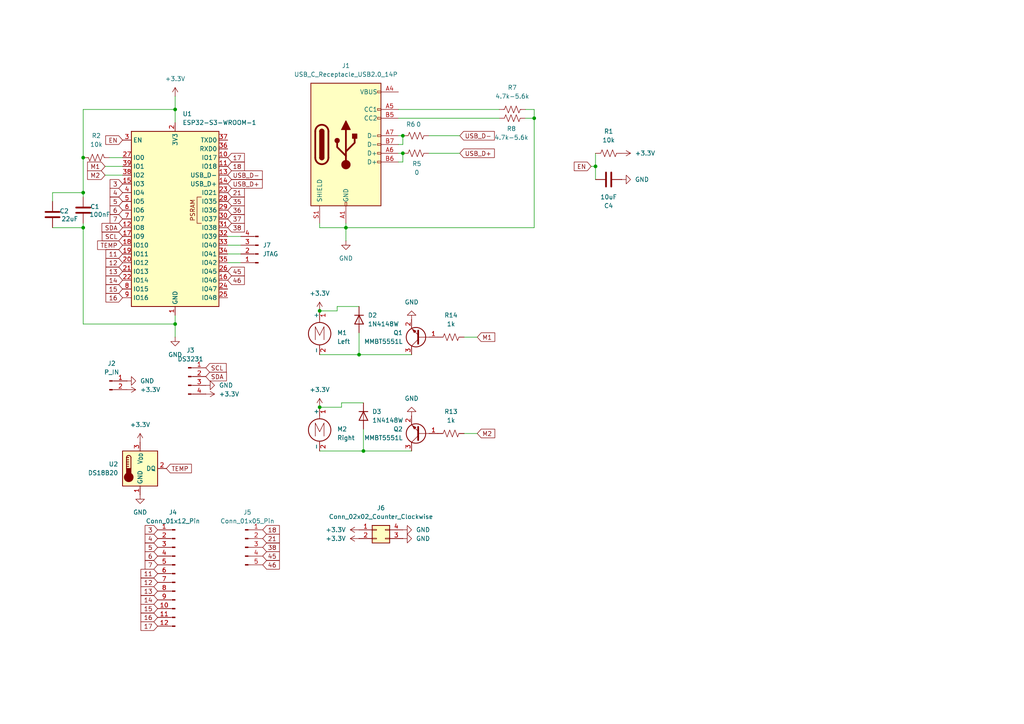
<source format=kicad_sch>
(kicad_sch
	(version 20250114)
	(generator "eeschema")
	(generator_version "9.0")
	(uuid "99bd1c63-7efe-4257-a365-ee2a9277d72c")
	(paper "A4")
	(lib_symbols
		(symbol "Connector:Conn_01x02_Pin"
			(pin_names
				(offset 1.016)
				(hide yes)
			)
			(exclude_from_sim no)
			(in_bom yes)
			(on_board yes)
			(property "Reference" "J"
				(at 0 2.54 0)
				(effects
					(font
						(size 1.27 1.27)
					)
				)
			)
			(property "Value" "Conn_01x02_Pin"
				(at 0 -5.08 0)
				(effects
					(font
						(size 1.27 1.27)
					)
				)
			)
			(property "Footprint" ""
				(at 0 0 0)
				(effects
					(font
						(size 1.27 1.27)
					)
					(hide yes)
				)
			)
			(property "Datasheet" "~"
				(at 0 0 0)
				(effects
					(font
						(size 1.27 1.27)
					)
					(hide yes)
				)
			)
			(property "Description" "Generic connector, single row, 01x02, script generated"
				(at 0 0 0)
				(effects
					(font
						(size 1.27 1.27)
					)
					(hide yes)
				)
			)
			(property "ki_locked" ""
				(at 0 0 0)
				(effects
					(font
						(size 1.27 1.27)
					)
				)
			)
			(property "ki_keywords" "connector"
				(at 0 0 0)
				(effects
					(font
						(size 1.27 1.27)
					)
					(hide yes)
				)
			)
			(property "ki_fp_filters" "Connector*:*_1x??_*"
				(at 0 0 0)
				(effects
					(font
						(size 1.27 1.27)
					)
					(hide yes)
				)
			)
			(symbol "Conn_01x02_Pin_1_1"
				(rectangle
					(start 0.8636 0.127)
					(end 0 -0.127)
					(stroke
						(width 0.1524)
						(type default)
					)
					(fill
						(type outline)
					)
				)
				(rectangle
					(start 0.8636 -2.413)
					(end 0 -2.667)
					(stroke
						(width 0.1524)
						(type default)
					)
					(fill
						(type outline)
					)
				)
				(polyline
					(pts
						(xy 1.27 0) (xy 0.8636 0)
					)
					(stroke
						(width 0.1524)
						(type default)
					)
					(fill
						(type none)
					)
				)
				(polyline
					(pts
						(xy 1.27 -2.54) (xy 0.8636 -2.54)
					)
					(stroke
						(width 0.1524)
						(type default)
					)
					(fill
						(type none)
					)
				)
				(pin passive line
					(at 5.08 0 180)
					(length 3.81)
					(name "Pin_1"
						(effects
							(font
								(size 1.27 1.27)
							)
						)
					)
					(number "1"
						(effects
							(font
								(size 1.27 1.27)
							)
						)
					)
				)
				(pin passive line
					(at 5.08 -2.54 180)
					(length 3.81)
					(name "Pin_2"
						(effects
							(font
								(size 1.27 1.27)
							)
						)
					)
					(number "2"
						(effects
							(font
								(size 1.27 1.27)
							)
						)
					)
				)
			)
			(embedded_fonts no)
		)
		(symbol "Connector:Conn_01x04_Pin"
			(pin_names
				(offset 1.016)
				(hide yes)
			)
			(exclude_from_sim no)
			(in_bom yes)
			(on_board yes)
			(property "Reference" "J"
				(at 0 5.08 0)
				(effects
					(font
						(size 1.27 1.27)
					)
				)
			)
			(property "Value" "Conn_01x04_Pin"
				(at 0 -7.62 0)
				(effects
					(font
						(size 1.27 1.27)
					)
				)
			)
			(property "Footprint" ""
				(at 0 0 0)
				(effects
					(font
						(size 1.27 1.27)
					)
					(hide yes)
				)
			)
			(property "Datasheet" "~"
				(at 0 0 0)
				(effects
					(font
						(size 1.27 1.27)
					)
					(hide yes)
				)
			)
			(property "Description" "Generic connector, single row, 01x04, script generated"
				(at 0 0 0)
				(effects
					(font
						(size 1.27 1.27)
					)
					(hide yes)
				)
			)
			(property "ki_locked" ""
				(at 0 0 0)
				(effects
					(font
						(size 1.27 1.27)
					)
				)
			)
			(property "ki_keywords" "connector"
				(at 0 0 0)
				(effects
					(font
						(size 1.27 1.27)
					)
					(hide yes)
				)
			)
			(property "ki_fp_filters" "Connector*:*_1x??_*"
				(at 0 0 0)
				(effects
					(font
						(size 1.27 1.27)
					)
					(hide yes)
				)
			)
			(symbol "Conn_01x04_Pin_1_1"
				(rectangle
					(start 0.8636 2.667)
					(end 0 2.413)
					(stroke
						(width 0.1524)
						(type default)
					)
					(fill
						(type outline)
					)
				)
				(rectangle
					(start 0.8636 0.127)
					(end 0 -0.127)
					(stroke
						(width 0.1524)
						(type default)
					)
					(fill
						(type outline)
					)
				)
				(rectangle
					(start 0.8636 -2.413)
					(end 0 -2.667)
					(stroke
						(width 0.1524)
						(type default)
					)
					(fill
						(type outline)
					)
				)
				(rectangle
					(start 0.8636 -4.953)
					(end 0 -5.207)
					(stroke
						(width 0.1524)
						(type default)
					)
					(fill
						(type outline)
					)
				)
				(polyline
					(pts
						(xy 1.27 2.54) (xy 0.8636 2.54)
					)
					(stroke
						(width 0.1524)
						(type default)
					)
					(fill
						(type none)
					)
				)
				(polyline
					(pts
						(xy 1.27 0) (xy 0.8636 0)
					)
					(stroke
						(width 0.1524)
						(type default)
					)
					(fill
						(type none)
					)
				)
				(polyline
					(pts
						(xy 1.27 -2.54) (xy 0.8636 -2.54)
					)
					(stroke
						(width 0.1524)
						(type default)
					)
					(fill
						(type none)
					)
				)
				(polyline
					(pts
						(xy 1.27 -5.08) (xy 0.8636 -5.08)
					)
					(stroke
						(width 0.1524)
						(type default)
					)
					(fill
						(type none)
					)
				)
				(pin passive line
					(at 5.08 2.54 180)
					(length 3.81)
					(name "Pin_1"
						(effects
							(font
								(size 1.27 1.27)
							)
						)
					)
					(number "1"
						(effects
							(font
								(size 1.27 1.27)
							)
						)
					)
				)
				(pin passive line
					(at 5.08 0 180)
					(length 3.81)
					(name "Pin_2"
						(effects
							(font
								(size 1.27 1.27)
							)
						)
					)
					(number "2"
						(effects
							(font
								(size 1.27 1.27)
							)
						)
					)
				)
				(pin passive line
					(at 5.08 -2.54 180)
					(length 3.81)
					(name "Pin_3"
						(effects
							(font
								(size 1.27 1.27)
							)
						)
					)
					(number "3"
						(effects
							(font
								(size 1.27 1.27)
							)
						)
					)
				)
				(pin passive line
					(at 5.08 -5.08 180)
					(length 3.81)
					(name "Pin_4"
						(effects
							(font
								(size 1.27 1.27)
							)
						)
					)
					(number "4"
						(effects
							(font
								(size 1.27 1.27)
							)
						)
					)
				)
			)
			(embedded_fonts no)
		)
		(symbol "Connector:Conn_01x05_Pin"
			(pin_names
				(offset 1.016)
				(hide yes)
			)
			(exclude_from_sim no)
			(in_bom yes)
			(on_board yes)
			(property "Reference" "J"
				(at 0 7.62 0)
				(effects
					(font
						(size 1.27 1.27)
					)
				)
			)
			(property "Value" "Conn_01x05_Pin"
				(at 0 -7.62 0)
				(effects
					(font
						(size 1.27 1.27)
					)
				)
			)
			(property "Footprint" ""
				(at 0 0 0)
				(effects
					(font
						(size 1.27 1.27)
					)
					(hide yes)
				)
			)
			(property "Datasheet" "~"
				(at 0 0 0)
				(effects
					(font
						(size 1.27 1.27)
					)
					(hide yes)
				)
			)
			(property "Description" "Generic connector, single row, 01x05, script generated"
				(at 0 0 0)
				(effects
					(font
						(size 1.27 1.27)
					)
					(hide yes)
				)
			)
			(property "ki_locked" ""
				(at 0 0 0)
				(effects
					(font
						(size 1.27 1.27)
					)
				)
			)
			(property "ki_keywords" "connector"
				(at 0 0 0)
				(effects
					(font
						(size 1.27 1.27)
					)
					(hide yes)
				)
			)
			(property "ki_fp_filters" "Connector*:*_1x??_*"
				(at 0 0 0)
				(effects
					(font
						(size 1.27 1.27)
					)
					(hide yes)
				)
			)
			(symbol "Conn_01x05_Pin_1_1"
				(rectangle
					(start 0.8636 5.207)
					(end 0 4.953)
					(stroke
						(width 0.1524)
						(type default)
					)
					(fill
						(type outline)
					)
				)
				(rectangle
					(start 0.8636 2.667)
					(end 0 2.413)
					(stroke
						(width 0.1524)
						(type default)
					)
					(fill
						(type outline)
					)
				)
				(rectangle
					(start 0.8636 0.127)
					(end 0 -0.127)
					(stroke
						(width 0.1524)
						(type default)
					)
					(fill
						(type outline)
					)
				)
				(rectangle
					(start 0.8636 -2.413)
					(end 0 -2.667)
					(stroke
						(width 0.1524)
						(type default)
					)
					(fill
						(type outline)
					)
				)
				(rectangle
					(start 0.8636 -4.953)
					(end 0 -5.207)
					(stroke
						(width 0.1524)
						(type default)
					)
					(fill
						(type outline)
					)
				)
				(polyline
					(pts
						(xy 1.27 5.08) (xy 0.8636 5.08)
					)
					(stroke
						(width 0.1524)
						(type default)
					)
					(fill
						(type none)
					)
				)
				(polyline
					(pts
						(xy 1.27 2.54) (xy 0.8636 2.54)
					)
					(stroke
						(width 0.1524)
						(type default)
					)
					(fill
						(type none)
					)
				)
				(polyline
					(pts
						(xy 1.27 0) (xy 0.8636 0)
					)
					(stroke
						(width 0.1524)
						(type default)
					)
					(fill
						(type none)
					)
				)
				(polyline
					(pts
						(xy 1.27 -2.54) (xy 0.8636 -2.54)
					)
					(stroke
						(width 0.1524)
						(type default)
					)
					(fill
						(type none)
					)
				)
				(polyline
					(pts
						(xy 1.27 -5.08) (xy 0.8636 -5.08)
					)
					(stroke
						(width 0.1524)
						(type default)
					)
					(fill
						(type none)
					)
				)
				(pin passive line
					(at 5.08 5.08 180)
					(length 3.81)
					(name "Pin_1"
						(effects
							(font
								(size 1.27 1.27)
							)
						)
					)
					(number "1"
						(effects
							(font
								(size 1.27 1.27)
							)
						)
					)
				)
				(pin passive line
					(at 5.08 2.54 180)
					(length 3.81)
					(name "Pin_2"
						(effects
							(font
								(size 1.27 1.27)
							)
						)
					)
					(number "2"
						(effects
							(font
								(size 1.27 1.27)
							)
						)
					)
				)
				(pin passive line
					(at 5.08 0 180)
					(length 3.81)
					(name "Pin_3"
						(effects
							(font
								(size 1.27 1.27)
							)
						)
					)
					(number "3"
						(effects
							(font
								(size 1.27 1.27)
							)
						)
					)
				)
				(pin passive line
					(at 5.08 -2.54 180)
					(length 3.81)
					(name "Pin_4"
						(effects
							(font
								(size 1.27 1.27)
							)
						)
					)
					(number "4"
						(effects
							(font
								(size 1.27 1.27)
							)
						)
					)
				)
				(pin passive line
					(at 5.08 -5.08 180)
					(length 3.81)
					(name "Pin_5"
						(effects
							(font
								(size 1.27 1.27)
							)
						)
					)
					(number "5"
						(effects
							(font
								(size 1.27 1.27)
							)
						)
					)
				)
			)
			(embedded_fonts no)
		)
		(symbol "Connector:Conn_01x12_Pin"
			(pin_names
				(offset 1.016)
				(hide yes)
			)
			(exclude_from_sim no)
			(in_bom yes)
			(on_board yes)
			(property "Reference" "J"
				(at 0 15.24 0)
				(effects
					(font
						(size 1.27 1.27)
					)
				)
			)
			(property "Value" "Conn_01x12_Pin"
				(at 0 -17.78 0)
				(effects
					(font
						(size 1.27 1.27)
					)
				)
			)
			(property "Footprint" ""
				(at 0 0 0)
				(effects
					(font
						(size 1.27 1.27)
					)
					(hide yes)
				)
			)
			(property "Datasheet" "~"
				(at 0 0 0)
				(effects
					(font
						(size 1.27 1.27)
					)
					(hide yes)
				)
			)
			(property "Description" "Generic connector, single row, 01x12, script generated"
				(at 0 0 0)
				(effects
					(font
						(size 1.27 1.27)
					)
					(hide yes)
				)
			)
			(property "ki_locked" ""
				(at 0 0 0)
				(effects
					(font
						(size 1.27 1.27)
					)
				)
			)
			(property "ki_keywords" "connector"
				(at 0 0 0)
				(effects
					(font
						(size 1.27 1.27)
					)
					(hide yes)
				)
			)
			(property "ki_fp_filters" "Connector*:*_1x??_*"
				(at 0 0 0)
				(effects
					(font
						(size 1.27 1.27)
					)
					(hide yes)
				)
			)
			(symbol "Conn_01x12_Pin_1_1"
				(rectangle
					(start 0.8636 12.827)
					(end 0 12.573)
					(stroke
						(width 0.1524)
						(type default)
					)
					(fill
						(type outline)
					)
				)
				(rectangle
					(start 0.8636 10.287)
					(end 0 10.033)
					(stroke
						(width 0.1524)
						(type default)
					)
					(fill
						(type outline)
					)
				)
				(rectangle
					(start 0.8636 7.747)
					(end 0 7.493)
					(stroke
						(width 0.1524)
						(type default)
					)
					(fill
						(type outline)
					)
				)
				(rectangle
					(start 0.8636 5.207)
					(end 0 4.953)
					(stroke
						(width 0.1524)
						(type default)
					)
					(fill
						(type outline)
					)
				)
				(rectangle
					(start 0.8636 2.667)
					(end 0 2.413)
					(stroke
						(width 0.1524)
						(type default)
					)
					(fill
						(type outline)
					)
				)
				(rectangle
					(start 0.8636 0.127)
					(end 0 -0.127)
					(stroke
						(width 0.1524)
						(type default)
					)
					(fill
						(type outline)
					)
				)
				(rectangle
					(start 0.8636 -2.413)
					(end 0 -2.667)
					(stroke
						(width 0.1524)
						(type default)
					)
					(fill
						(type outline)
					)
				)
				(rectangle
					(start 0.8636 -4.953)
					(end 0 -5.207)
					(stroke
						(width 0.1524)
						(type default)
					)
					(fill
						(type outline)
					)
				)
				(rectangle
					(start 0.8636 -7.493)
					(end 0 -7.747)
					(stroke
						(width 0.1524)
						(type default)
					)
					(fill
						(type outline)
					)
				)
				(rectangle
					(start 0.8636 -10.033)
					(end 0 -10.287)
					(stroke
						(width 0.1524)
						(type default)
					)
					(fill
						(type outline)
					)
				)
				(rectangle
					(start 0.8636 -12.573)
					(end 0 -12.827)
					(stroke
						(width 0.1524)
						(type default)
					)
					(fill
						(type outline)
					)
				)
				(rectangle
					(start 0.8636 -15.113)
					(end 0 -15.367)
					(stroke
						(width 0.1524)
						(type default)
					)
					(fill
						(type outline)
					)
				)
				(polyline
					(pts
						(xy 1.27 12.7) (xy 0.8636 12.7)
					)
					(stroke
						(width 0.1524)
						(type default)
					)
					(fill
						(type none)
					)
				)
				(polyline
					(pts
						(xy 1.27 10.16) (xy 0.8636 10.16)
					)
					(stroke
						(width 0.1524)
						(type default)
					)
					(fill
						(type none)
					)
				)
				(polyline
					(pts
						(xy 1.27 7.62) (xy 0.8636 7.62)
					)
					(stroke
						(width 0.1524)
						(type default)
					)
					(fill
						(type none)
					)
				)
				(polyline
					(pts
						(xy 1.27 5.08) (xy 0.8636 5.08)
					)
					(stroke
						(width 0.1524)
						(type default)
					)
					(fill
						(type none)
					)
				)
				(polyline
					(pts
						(xy 1.27 2.54) (xy 0.8636 2.54)
					)
					(stroke
						(width 0.1524)
						(type default)
					)
					(fill
						(type none)
					)
				)
				(polyline
					(pts
						(xy 1.27 0) (xy 0.8636 0)
					)
					(stroke
						(width 0.1524)
						(type default)
					)
					(fill
						(type none)
					)
				)
				(polyline
					(pts
						(xy 1.27 -2.54) (xy 0.8636 -2.54)
					)
					(stroke
						(width 0.1524)
						(type default)
					)
					(fill
						(type none)
					)
				)
				(polyline
					(pts
						(xy 1.27 -5.08) (xy 0.8636 -5.08)
					)
					(stroke
						(width 0.1524)
						(type default)
					)
					(fill
						(type none)
					)
				)
				(polyline
					(pts
						(xy 1.27 -7.62) (xy 0.8636 -7.62)
					)
					(stroke
						(width 0.1524)
						(type default)
					)
					(fill
						(type none)
					)
				)
				(polyline
					(pts
						(xy 1.27 -10.16) (xy 0.8636 -10.16)
					)
					(stroke
						(width 0.1524)
						(type default)
					)
					(fill
						(type none)
					)
				)
				(polyline
					(pts
						(xy 1.27 -12.7) (xy 0.8636 -12.7)
					)
					(stroke
						(width 0.1524)
						(type default)
					)
					(fill
						(type none)
					)
				)
				(polyline
					(pts
						(xy 1.27 -15.24) (xy 0.8636 -15.24)
					)
					(stroke
						(width 0.1524)
						(type default)
					)
					(fill
						(type none)
					)
				)
				(pin passive line
					(at 5.08 12.7 180)
					(length 3.81)
					(name "Pin_1"
						(effects
							(font
								(size 1.27 1.27)
							)
						)
					)
					(number "1"
						(effects
							(font
								(size 1.27 1.27)
							)
						)
					)
				)
				(pin passive line
					(at 5.08 10.16 180)
					(length 3.81)
					(name "Pin_2"
						(effects
							(font
								(size 1.27 1.27)
							)
						)
					)
					(number "2"
						(effects
							(font
								(size 1.27 1.27)
							)
						)
					)
				)
				(pin passive line
					(at 5.08 7.62 180)
					(length 3.81)
					(name "Pin_3"
						(effects
							(font
								(size 1.27 1.27)
							)
						)
					)
					(number "3"
						(effects
							(font
								(size 1.27 1.27)
							)
						)
					)
				)
				(pin passive line
					(at 5.08 5.08 180)
					(length 3.81)
					(name "Pin_4"
						(effects
							(font
								(size 1.27 1.27)
							)
						)
					)
					(number "4"
						(effects
							(font
								(size 1.27 1.27)
							)
						)
					)
				)
				(pin passive line
					(at 5.08 2.54 180)
					(length 3.81)
					(name "Pin_5"
						(effects
							(font
								(size 1.27 1.27)
							)
						)
					)
					(number "5"
						(effects
							(font
								(size 1.27 1.27)
							)
						)
					)
				)
				(pin passive line
					(at 5.08 0 180)
					(length 3.81)
					(name "Pin_6"
						(effects
							(font
								(size 1.27 1.27)
							)
						)
					)
					(number "6"
						(effects
							(font
								(size 1.27 1.27)
							)
						)
					)
				)
				(pin passive line
					(at 5.08 -2.54 180)
					(length 3.81)
					(name "Pin_7"
						(effects
							(font
								(size 1.27 1.27)
							)
						)
					)
					(number "7"
						(effects
							(font
								(size 1.27 1.27)
							)
						)
					)
				)
				(pin passive line
					(at 5.08 -5.08 180)
					(length 3.81)
					(name "Pin_8"
						(effects
							(font
								(size 1.27 1.27)
							)
						)
					)
					(number "8"
						(effects
							(font
								(size 1.27 1.27)
							)
						)
					)
				)
				(pin passive line
					(at 5.08 -7.62 180)
					(length 3.81)
					(name "Pin_9"
						(effects
							(font
								(size 1.27 1.27)
							)
						)
					)
					(number "9"
						(effects
							(font
								(size 1.27 1.27)
							)
						)
					)
				)
				(pin passive line
					(at 5.08 -10.16 180)
					(length 3.81)
					(name "Pin_10"
						(effects
							(font
								(size 1.27 1.27)
							)
						)
					)
					(number "10"
						(effects
							(font
								(size 1.27 1.27)
							)
						)
					)
				)
				(pin passive line
					(at 5.08 -12.7 180)
					(length 3.81)
					(name "Pin_11"
						(effects
							(font
								(size 1.27 1.27)
							)
						)
					)
					(number "11"
						(effects
							(font
								(size 1.27 1.27)
							)
						)
					)
				)
				(pin passive line
					(at 5.08 -15.24 180)
					(length 3.81)
					(name "Pin_12"
						(effects
							(font
								(size 1.27 1.27)
							)
						)
					)
					(number "12"
						(effects
							(font
								(size 1.27 1.27)
							)
						)
					)
				)
			)
			(embedded_fonts no)
		)
		(symbol "Connector:USB_C_Receptacle_USB2.0_14P"
			(pin_names
				(offset 1.016)
			)
			(exclude_from_sim no)
			(in_bom yes)
			(on_board yes)
			(property "Reference" "J"
				(at 0 22.225 0)
				(effects
					(font
						(size 1.27 1.27)
					)
				)
			)
			(property "Value" "USB_C_Receptacle_USB2.0_14P"
				(at 0 19.685 0)
				(effects
					(font
						(size 1.27 1.27)
					)
				)
			)
			(property "Footprint" ""
				(at 3.81 0 0)
				(effects
					(font
						(size 1.27 1.27)
					)
					(hide yes)
				)
			)
			(property "Datasheet" "https://www.usb.org/sites/default/files/documents/usb_type-c.zip"
				(at 3.81 0 0)
				(effects
					(font
						(size 1.27 1.27)
					)
					(hide yes)
				)
			)
			(property "Description" "USB 2.0-only 14P Type-C Receptacle connector"
				(at 0 0 0)
				(effects
					(font
						(size 1.27 1.27)
					)
					(hide yes)
				)
			)
			(property "ki_keywords" "usb universal serial bus type-C USB2.0"
				(at 0 0 0)
				(effects
					(font
						(size 1.27 1.27)
					)
					(hide yes)
				)
			)
			(property "ki_fp_filters" "USB*C*Receptacle*"
				(at 0 0 0)
				(effects
					(font
						(size 1.27 1.27)
					)
					(hide yes)
				)
			)
			(symbol "USB_C_Receptacle_USB2.0_14P_0_0"
				(rectangle
					(start -0.254 -17.78)
					(end 0.254 -16.764)
					(stroke
						(width 0)
						(type default)
					)
					(fill
						(type none)
					)
				)
				(rectangle
					(start 10.16 15.494)
					(end 9.144 14.986)
					(stroke
						(width 0)
						(type default)
					)
					(fill
						(type none)
					)
				)
				(rectangle
					(start 10.16 10.414)
					(end 9.144 9.906)
					(stroke
						(width 0)
						(type default)
					)
					(fill
						(type none)
					)
				)
				(rectangle
					(start 10.16 7.874)
					(end 9.144 7.366)
					(stroke
						(width 0)
						(type default)
					)
					(fill
						(type none)
					)
				)
				(rectangle
					(start 10.16 2.794)
					(end 9.144 2.286)
					(stroke
						(width 0)
						(type default)
					)
					(fill
						(type none)
					)
				)
				(rectangle
					(start 10.16 0.254)
					(end 9.144 -0.254)
					(stroke
						(width 0)
						(type default)
					)
					(fill
						(type none)
					)
				)
				(rectangle
					(start 10.16 -2.286)
					(end 9.144 -2.794)
					(stroke
						(width 0)
						(type default)
					)
					(fill
						(type none)
					)
				)
				(rectangle
					(start 10.16 -4.826)
					(end 9.144 -5.334)
					(stroke
						(width 0)
						(type default)
					)
					(fill
						(type none)
					)
				)
			)
			(symbol "USB_C_Receptacle_USB2.0_14P_0_1"
				(rectangle
					(start -10.16 17.78)
					(end 10.16 -17.78)
					(stroke
						(width 0.254)
						(type default)
					)
					(fill
						(type background)
					)
				)
				(polyline
					(pts
						(xy -8.89 -3.81) (xy -8.89 3.81)
					)
					(stroke
						(width 0.508)
						(type default)
					)
					(fill
						(type none)
					)
				)
				(rectangle
					(start -7.62 -3.81)
					(end -6.35 3.81)
					(stroke
						(width 0.254)
						(type default)
					)
					(fill
						(type outline)
					)
				)
				(arc
					(start -7.62 3.81)
					(mid -6.985 4.4423)
					(end -6.35 3.81)
					(stroke
						(width 0.254)
						(type default)
					)
					(fill
						(type none)
					)
				)
				(arc
					(start -7.62 3.81)
					(mid -6.985 4.4423)
					(end -6.35 3.81)
					(stroke
						(width 0.254)
						(type default)
					)
					(fill
						(type outline)
					)
				)
				(arc
					(start -8.89 3.81)
					(mid -6.985 5.7067)
					(end -5.08 3.81)
					(stroke
						(width 0.508)
						(type default)
					)
					(fill
						(type none)
					)
				)
				(arc
					(start -5.08 -3.81)
					(mid -6.985 -5.7067)
					(end -8.89 -3.81)
					(stroke
						(width 0.508)
						(type default)
					)
					(fill
						(type none)
					)
				)
				(arc
					(start -6.35 -3.81)
					(mid -6.985 -4.4423)
					(end -7.62 -3.81)
					(stroke
						(width 0.254)
						(type default)
					)
					(fill
						(type none)
					)
				)
				(arc
					(start -6.35 -3.81)
					(mid -6.985 -4.4423)
					(end -7.62 -3.81)
					(stroke
						(width 0.254)
						(type default)
					)
					(fill
						(type outline)
					)
				)
				(polyline
					(pts
						(xy -5.08 3.81) (xy -5.08 -3.81)
					)
					(stroke
						(width 0.508)
						(type default)
					)
					(fill
						(type none)
					)
				)
				(circle
					(center -2.54 1.143)
					(radius 0.635)
					(stroke
						(width 0.254)
						(type default)
					)
					(fill
						(type outline)
					)
				)
				(polyline
					(pts
						(xy -1.27 4.318) (xy 0 6.858) (xy 1.27 4.318) (xy -1.27 4.318)
					)
					(stroke
						(width 0.254)
						(type default)
					)
					(fill
						(type outline)
					)
				)
				(polyline
					(pts
						(xy 0 -2.032) (xy 2.54 0.508) (xy 2.54 1.778)
					)
					(stroke
						(width 0.508)
						(type default)
					)
					(fill
						(type none)
					)
				)
				(polyline
					(pts
						(xy 0 -3.302) (xy -2.54 -0.762) (xy -2.54 0.508)
					)
					(stroke
						(width 0.508)
						(type default)
					)
					(fill
						(type none)
					)
				)
				(polyline
					(pts
						(xy 0 -5.842) (xy 0 4.318)
					)
					(stroke
						(width 0.508)
						(type default)
					)
					(fill
						(type none)
					)
				)
				(circle
					(center 0 -5.842)
					(radius 1.27)
					(stroke
						(width 0)
						(type default)
					)
					(fill
						(type outline)
					)
				)
				(rectangle
					(start 1.905 1.778)
					(end 3.175 3.048)
					(stroke
						(width 0.254)
						(type default)
					)
					(fill
						(type outline)
					)
				)
			)
			(symbol "USB_C_Receptacle_USB2.0_14P_1_1"
				(pin passive line
					(at -7.62 -22.86 90)
					(length 5.08)
					(name "SHIELD"
						(effects
							(font
								(size 1.27 1.27)
							)
						)
					)
					(number "S1"
						(effects
							(font
								(size 1.27 1.27)
							)
						)
					)
				)
				(pin passive line
					(at 0 -22.86 90)
					(length 5.08)
					(name "GND"
						(effects
							(font
								(size 1.27 1.27)
							)
						)
					)
					(number "A1"
						(effects
							(font
								(size 1.27 1.27)
							)
						)
					)
				)
				(pin passive line
					(at 0 -22.86 90)
					(length 5.08)
					(hide yes)
					(name "GND"
						(effects
							(font
								(size 1.27 1.27)
							)
						)
					)
					(number "A12"
						(effects
							(font
								(size 1.27 1.27)
							)
						)
					)
				)
				(pin passive line
					(at 0 -22.86 90)
					(length 5.08)
					(hide yes)
					(name "GND"
						(effects
							(font
								(size 1.27 1.27)
							)
						)
					)
					(number "B1"
						(effects
							(font
								(size 1.27 1.27)
							)
						)
					)
				)
				(pin passive line
					(at 0 -22.86 90)
					(length 5.08)
					(hide yes)
					(name "GND"
						(effects
							(font
								(size 1.27 1.27)
							)
						)
					)
					(number "B12"
						(effects
							(font
								(size 1.27 1.27)
							)
						)
					)
				)
				(pin passive line
					(at 15.24 15.24 180)
					(length 5.08)
					(name "VBUS"
						(effects
							(font
								(size 1.27 1.27)
							)
						)
					)
					(number "A4"
						(effects
							(font
								(size 1.27 1.27)
							)
						)
					)
				)
				(pin passive line
					(at 15.24 15.24 180)
					(length 5.08)
					(hide yes)
					(name "VBUS"
						(effects
							(font
								(size 1.27 1.27)
							)
						)
					)
					(number "A9"
						(effects
							(font
								(size 1.27 1.27)
							)
						)
					)
				)
				(pin passive line
					(at 15.24 15.24 180)
					(length 5.08)
					(hide yes)
					(name "VBUS"
						(effects
							(font
								(size 1.27 1.27)
							)
						)
					)
					(number "B4"
						(effects
							(font
								(size 1.27 1.27)
							)
						)
					)
				)
				(pin passive line
					(at 15.24 15.24 180)
					(length 5.08)
					(hide yes)
					(name "VBUS"
						(effects
							(font
								(size 1.27 1.27)
							)
						)
					)
					(number "B9"
						(effects
							(font
								(size 1.27 1.27)
							)
						)
					)
				)
				(pin bidirectional line
					(at 15.24 10.16 180)
					(length 5.08)
					(name "CC1"
						(effects
							(font
								(size 1.27 1.27)
							)
						)
					)
					(number "A5"
						(effects
							(font
								(size 1.27 1.27)
							)
						)
					)
				)
				(pin bidirectional line
					(at 15.24 7.62 180)
					(length 5.08)
					(name "CC2"
						(effects
							(font
								(size 1.27 1.27)
							)
						)
					)
					(number "B5"
						(effects
							(font
								(size 1.27 1.27)
							)
						)
					)
				)
				(pin bidirectional line
					(at 15.24 2.54 180)
					(length 5.08)
					(name "D-"
						(effects
							(font
								(size 1.27 1.27)
							)
						)
					)
					(number "A7"
						(effects
							(font
								(size 1.27 1.27)
							)
						)
					)
				)
				(pin bidirectional line
					(at 15.24 0 180)
					(length 5.08)
					(name "D-"
						(effects
							(font
								(size 1.27 1.27)
							)
						)
					)
					(number "B7"
						(effects
							(font
								(size 1.27 1.27)
							)
						)
					)
				)
				(pin bidirectional line
					(at 15.24 -2.54 180)
					(length 5.08)
					(name "D+"
						(effects
							(font
								(size 1.27 1.27)
							)
						)
					)
					(number "A6"
						(effects
							(font
								(size 1.27 1.27)
							)
						)
					)
				)
				(pin bidirectional line
					(at 15.24 -5.08 180)
					(length 5.08)
					(name "D+"
						(effects
							(font
								(size 1.27 1.27)
							)
						)
					)
					(number "B6"
						(effects
							(font
								(size 1.27 1.27)
							)
						)
					)
				)
			)
			(embedded_fonts no)
		)
		(symbol "Connector_Generic:Conn_02x02_Counter_Clockwise"
			(pin_names
				(offset 1.016)
				(hide yes)
			)
			(exclude_from_sim no)
			(in_bom yes)
			(on_board yes)
			(property "Reference" "J"
				(at 1.27 2.54 0)
				(effects
					(font
						(size 1.27 1.27)
					)
				)
			)
			(property "Value" "Conn_02x02_Counter_Clockwise"
				(at 1.27 -5.08 0)
				(effects
					(font
						(size 1.27 1.27)
					)
				)
			)
			(property "Footprint" ""
				(at 0 0 0)
				(effects
					(font
						(size 1.27 1.27)
					)
					(hide yes)
				)
			)
			(property "Datasheet" "~"
				(at 0 0 0)
				(effects
					(font
						(size 1.27 1.27)
					)
					(hide yes)
				)
			)
			(property "Description" "Generic connector, double row, 02x02, counter clockwise pin numbering scheme (similar to DIP package numbering), script generated (kicad-library-utils/schlib/autogen/connector/)"
				(at 0 0 0)
				(effects
					(font
						(size 1.27 1.27)
					)
					(hide yes)
				)
			)
			(property "ki_keywords" "connector"
				(at 0 0 0)
				(effects
					(font
						(size 1.27 1.27)
					)
					(hide yes)
				)
			)
			(property "ki_fp_filters" "Connector*:*_2x??_*"
				(at 0 0 0)
				(effects
					(font
						(size 1.27 1.27)
					)
					(hide yes)
				)
			)
			(symbol "Conn_02x02_Counter_Clockwise_1_1"
				(rectangle
					(start -1.27 1.27)
					(end 3.81 -3.81)
					(stroke
						(width 0.254)
						(type default)
					)
					(fill
						(type background)
					)
				)
				(rectangle
					(start -1.27 0.127)
					(end 0 -0.127)
					(stroke
						(width 0.1524)
						(type default)
					)
					(fill
						(type none)
					)
				)
				(rectangle
					(start -1.27 -2.413)
					(end 0 -2.667)
					(stroke
						(width 0.1524)
						(type default)
					)
					(fill
						(type none)
					)
				)
				(rectangle
					(start 3.81 0.127)
					(end 2.54 -0.127)
					(stroke
						(width 0.1524)
						(type default)
					)
					(fill
						(type none)
					)
				)
				(rectangle
					(start 3.81 -2.413)
					(end 2.54 -2.667)
					(stroke
						(width 0.1524)
						(type default)
					)
					(fill
						(type none)
					)
				)
				(pin passive line
					(at -5.08 0 0)
					(length 3.81)
					(name "Pin_1"
						(effects
							(font
								(size 1.27 1.27)
							)
						)
					)
					(number "1"
						(effects
							(font
								(size 1.27 1.27)
							)
						)
					)
				)
				(pin passive line
					(at -5.08 -2.54 0)
					(length 3.81)
					(name "Pin_2"
						(effects
							(font
								(size 1.27 1.27)
							)
						)
					)
					(number "2"
						(effects
							(font
								(size 1.27 1.27)
							)
						)
					)
				)
				(pin passive line
					(at 7.62 0 180)
					(length 3.81)
					(name "Pin_4"
						(effects
							(font
								(size 1.27 1.27)
							)
						)
					)
					(number "4"
						(effects
							(font
								(size 1.27 1.27)
							)
						)
					)
				)
				(pin passive line
					(at 7.62 -2.54 180)
					(length 3.81)
					(name "Pin_3"
						(effects
							(font
								(size 1.27 1.27)
							)
						)
					)
					(number "3"
						(effects
							(font
								(size 1.27 1.27)
							)
						)
					)
				)
			)
			(embedded_fonts no)
		)
		(symbol "Device:C"
			(pin_numbers
				(hide yes)
			)
			(pin_names
				(offset 0.254)
			)
			(exclude_from_sim no)
			(in_bom yes)
			(on_board yes)
			(property "Reference" "C"
				(at 0.635 2.54 0)
				(effects
					(font
						(size 1.27 1.27)
					)
					(justify left)
				)
			)
			(property "Value" "C"
				(at 0.635 -2.54 0)
				(effects
					(font
						(size 1.27 1.27)
					)
					(justify left)
				)
			)
			(property "Footprint" ""
				(at 0.9652 -3.81 0)
				(effects
					(font
						(size 1.27 1.27)
					)
					(hide yes)
				)
			)
			(property "Datasheet" "~"
				(at 0 0 0)
				(effects
					(font
						(size 1.27 1.27)
					)
					(hide yes)
				)
			)
			(property "Description" "Unpolarized capacitor"
				(at 0 0 0)
				(effects
					(font
						(size 1.27 1.27)
					)
					(hide yes)
				)
			)
			(property "ki_keywords" "cap capacitor"
				(at 0 0 0)
				(effects
					(font
						(size 1.27 1.27)
					)
					(hide yes)
				)
			)
			(property "ki_fp_filters" "C_*"
				(at 0 0 0)
				(effects
					(font
						(size 1.27 1.27)
					)
					(hide yes)
				)
			)
			(symbol "C_0_1"
				(polyline
					(pts
						(xy -2.032 0.762) (xy 2.032 0.762)
					)
					(stroke
						(width 0.508)
						(type default)
					)
					(fill
						(type none)
					)
				)
				(polyline
					(pts
						(xy -2.032 -0.762) (xy 2.032 -0.762)
					)
					(stroke
						(width 0.508)
						(type default)
					)
					(fill
						(type none)
					)
				)
			)
			(symbol "C_1_1"
				(pin passive line
					(at 0 3.81 270)
					(length 2.794)
					(name "~"
						(effects
							(font
								(size 1.27 1.27)
							)
						)
					)
					(number "1"
						(effects
							(font
								(size 1.27 1.27)
							)
						)
					)
				)
				(pin passive line
					(at 0 -3.81 90)
					(length 2.794)
					(name "~"
						(effects
							(font
								(size 1.27 1.27)
							)
						)
					)
					(number "2"
						(effects
							(font
								(size 1.27 1.27)
							)
						)
					)
				)
			)
			(embedded_fonts no)
		)
		(symbol "Device:R_US"
			(pin_numbers
				(hide yes)
			)
			(pin_names
				(offset 0)
			)
			(exclude_from_sim no)
			(in_bom yes)
			(on_board yes)
			(property "Reference" "R"
				(at 2.54 0 90)
				(effects
					(font
						(size 1.27 1.27)
					)
				)
			)
			(property "Value" "R_US"
				(at -2.54 0 90)
				(effects
					(font
						(size 1.27 1.27)
					)
				)
			)
			(property "Footprint" ""
				(at 1.016 -0.254 90)
				(effects
					(font
						(size 1.27 1.27)
					)
					(hide yes)
				)
			)
			(property "Datasheet" "~"
				(at 0 0 0)
				(effects
					(font
						(size 1.27 1.27)
					)
					(hide yes)
				)
			)
			(property "Description" "Resistor, US symbol"
				(at 0 0 0)
				(effects
					(font
						(size 1.27 1.27)
					)
					(hide yes)
				)
			)
			(property "ki_keywords" "R res resistor"
				(at 0 0 0)
				(effects
					(font
						(size 1.27 1.27)
					)
					(hide yes)
				)
			)
			(property "ki_fp_filters" "R_*"
				(at 0 0 0)
				(effects
					(font
						(size 1.27 1.27)
					)
					(hide yes)
				)
			)
			(symbol "R_US_0_1"
				(polyline
					(pts
						(xy 0 2.286) (xy 0 2.54)
					)
					(stroke
						(width 0)
						(type default)
					)
					(fill
						(type none)
					)
				)
				(polyline
					(pts
						(xy 0 2.286) (xy 1.016 1.905) (xy 0 1.524) (xy -1.016 1.143) (xy 0 0.762)
					)
					(stroke
						(width 0)
						(type default)
					)
					(fill
						(type none)
					)
				)
				(polyline
					(pts
						(xy 0 0.762) (xy 1.016 0.381) (xy 0 0) (xy -1.016 -0.381) (xy 0 -0.762)
					)
					(stroke
						(width 0)
						(type default)
					)
					(fill
						(type none)
					)
				)
				(polyline
					(pts
						(xy 0 -0.762) (xy 1.016 -1.143) (xy 0 -1.524) (xy -1.016 -1.905) (xy 0 -2.286)
					)
					(stroke
						(width 0)
						(type default)
					)
					(fill
						(type none)
					)
				)
				(polyline
					(pts
						(xy 0 -2.286) (xy 0 -2.54)
					)
					(stroke
						(width 0)
						(type default)
					)
					(fill
						(type none)
					)
				)
			)
			(symbol "R_US_1_1"
				(pin passive line
					(at 0 3.81 270)
					(length 1.27)
					(name "~"
						(effects
							(font
								(size 1.27 1.27)
							)
						)
					)
					(number "1"
						(effects
							(font
								(size 1.27 1.27)
							)
						)
					)
				)
				(pin passive line
					(at 0 -3.81 90)
					(length 1.27)
					(name "~"
						(effects
							(font
								(size 1.27 1.27)
							)
						)
					)
					(number "2"
						(effects
							(font
								(size 1.27 1.27)
							)
						)
					)
				)
			)
			(embedded_fonts no)
		)
		(symbol "Diode:1N4148W"
			(pin_numbers
				(hide yes)
			)
			(pin_names
				(hide yes)
			)
			(exclude_from_sim no)
			(in_bom yes)
			(on_board yes)
			(property "Reference" "D"
				(at 0 2.54 0)
				(effects
					(font
						(size 1.27 1.27)
					)
				)
			)
			(property "Value" "1N4148W"
				(at 0 -2.54 0)
				(effects
					(font
						(size 1.27 1.27)
					)
				)
			)
			(property "Footprint" "Diode_SMD:D_SOD-123"
				(at 0 -4.445 0)
				(effects
					(font
						(size 1.27 1.27)
					)
					(hide yes)
				)
			)
			(property "Datasheet" "https://www.vishay.com/docs/85748/1n4148w.pdf"
				(at 0 0 0)
				(effects
					(font
						(size 1.27 1.27)
					)
					(hide yes)
				)
			)
			(property "Description" "75V 0.15A Fast Switching Diode, SOD-123"
				(at 0 0 0)
				(effects
					(font
						(size 1.27 1.27)
					)
					(hide yes)
				)
			)
			(property "Sim.Device" "D"
				(at 0 0 0)
				(effects
					(font
						(size 1.27 1.27)
					)
					(hide yes)
				)
			)
			(property "Sim.Pins" "1=K 2=A"
				(at 0 0 0)
				(effects
					(font
						(size 1.27 1.27)
					)
					(hide yes)
				)
			)
			(property "ki_keywords" "diode"
				(at 0 0 0)
				(effects
					(font
						(size 1.27 1.27)
					)
					(hide yes)
				)
			)
			(property "ki_fp_filters" "D*SOD?123*"
				(at 0 0 0)
				(effects
					(font
						(size 1.27 1.27)
					)
					(hide yes)
				)
			)
			(symbol "1N4148W_0_1"
				(polyline
					(pts
						(xy -1.27 1.27) (xy -1.27 -1.27)
					)
					(stroke
						(width 0.254)
						(type default)
					)
					(fill
						(type none)
					)
				)
				(polyline
					(pts
						(xy 1.27 1.27) (xy 1.27 -1.27) (xy -1.27 0) (xy 1.27 1.27)
					)
					(stroke
						(width 0.254)
						(type default)
					)
					(fill
						(type none)
					)
				)
				(polyline
					(pts
						(xy 1.27 0) (xy -1.27 0)
					)
					(stroke
						(width 0)
						(type default)
					)
					(fill
						(type none)
					)
				)
			)
			(symbol "1N4148W_1_1"
				(pin passive line
					(at -3.81 0 0)
					(length 2.54)
					(name "K"
						(effects
							(font
								(size 1.27 1.27)
							)
						)
					)
					(number "1"
						(effects
							(font
								(size 1.27 1.27)
							)
						)
					)
				)
				(pin passive line
					(at 3.81 0 180)
					(length 2.54)
					(name "A"
						(effects
							(font
								(size 1.27 1.27)
							)
						)
					)
					(number "2"
						(effects
							(font
								(size 1.27 1.27)
							)
						)
					)
				)
			)
			(embedded_fonts no)
		)
		(symbol "Motor:Motor_DC"
			(pin_names
				(offset 0)
			)
			(exclude_from_sim no)
			(in_bom yes)
			(on_board yes)
			(property "Reference" "M"
				(at 2.54 2.54 0)
				(effects
					(font
						(size 1.27 1.27)
					)
					(justify left)
				)
			)
			(property "Value" "Motor_DC"
				(at 2.54 -5.08 0)
				(effects
					(font
						(size 1.27 1.27)
					)
					(justify left top)
				)
			)
			(property "Footprint" ""
				(at 0 -2.286 0)
				(effects
					(font
						(size 1.27 1.27)
					)
					(hide yes)
				)
			)
			(property "Datasheet" "~"
				(at 0 -2.286 0)
				(effects
					(font
						(size 1.27 1.27)
					)
					(hide yes)
				)
			)
			(property "Description" "DC Motor"
				(at 0 0 0)
				(effects
					(font
						(size 1.27 1.27)
					)
					(hide yes)
				)
			)
			(property "ki_keywords" "DC Motor"
				(at 0 0 0)
				(effects
					(font
						(size 1.27 1.27)
					)
					(hide yes)
				)
			)
			(property "ki_fp_filters" "PinHeader*P2.54mm* TerminalBlock*"
				(at 0 0 0)
				(effects
					(font
						(size 1.27 1.27)
					)
					(hide yes)
				)
			)
			(symbol "Motor_DC_0_0"
				(polyline
					(pts
						(xy -1.27 -3.302) (xy -1.27 0.508) (xy 0 -2.032) (xy 1.27 0.508) (xy 1.27 -3.302)
					)
					(stroke
						(width 0)
						(type default)
					)
					(fill
						(type none)
					)
				)
			)
			(symbol "Motor_DC_0_1"
				(polyline
					(pts
						(xy 0 2.032) (xy 0 2.54)
					)
					(stroke
						(width 0)
						(type default)
					)
					(fill
						(type none)
					)
				)
				(polyline
					(pts
						(xy 0 1.7272) (xy 0 2.0828)
					)
					(stroke
						(width 0)
						(type default)
					)
					(fill
						(type none)
					)
				)
				(circle
					(center 0 -1.524)
					(radius 3.2512)
					(stroke
						(width 0.254)
						(type default)
					)
					(fill
						(type none)
					)
				)
				(polyline
					(pts
						(xy 0 -4.7752) (xy 0 -5.1816)
					)
					(stroke
						(width 0)
						(type default)
					)
					(fill
						(type none)
					)
				)
				(polyline
					(pts
						(xy 0 -7.62) (xy 0 -7.112)
					)
					(stroke
						(width 0)
						(type default)
					)
					(fill
						(type none)
					)
				)
			)
			(symbol "Motor_DC_1_1"
				(pin passive line
					(at 0 5.08 270)
					(length 2.54)
					(name "+"
						(effects
							(font
								(size 1.27 1.27)
							)
						)
					)
					(number "1"
						(effects
							(font
								(size 1.27 1.27)
							)
						)
					)
				)
				(pin passive line
					(at 0 -7.62 90)
					(length 2.54)
					(name "-"
						(effects
							(font
								(size 1.27 1.27)
							)
						)
					)
					(number "2"
						(effects
							(font
								(size 1.27 1.27)
							)
						)
					)
				)
			)
			(embedded_fonts no)
		)
		(symbol "RF_Module:ESP32-S3-WROOM-1"
			(exclude_from_sim no)
			(in_bom yes)
			(on_board yes)
			(property "Reference" "U"
				(at -12.7 26.67 0)
				(effects
					(font
						(size 1.27 1.27)
					)
				)
			)
			(property "Value" "ESP32-S3-WROOM-1"
				(at 12.7 26.67 0)
				(effects
					(font
						(size 1.27 1.27)
					)
				)
			)
			(property "Footprint" "RF_Module:ESP32-S3-WROOM-1"
				(at 0 2.54 0)
				(effects
					(font
						(size 1.27 1.27)
					)
					(hide yes)
				)
			)
			(property "Datasheet" "https://www.espressif.com/sites/default/files/documentation/esp32-s3-wroom-1_wroom-1u_datasheet_en.pdf"
				(at 0 0 0)
				(effects
					(font
						(size 1.27 1.27)
					)
					(hide yes)
				)
			)
			(property "Description" "RF Module, ESP32-S3 SoC, Wi-Fi 802.11b/g/n, Bluetooth, BLE, 32-bit, 3.3V, onboard antenna, SMD"
				(at 0 0 0)
				(effects
					(font
						(size 1.27 1.27)
					)
					(hide yes)
				)
			)
			(property "ki_keywords" "RF Radio BT ESP ESP32-S3 Espressif onboard PCB antenna"
				(at 0 0 0)
				(effects
					(font
						(size 1.27 1.27)
					)
					(hide yes)
				)
			)
			(property "ki_fp_filters" "ESP32?S3?WROOM?1*"
				(at 0 0 0)
				(effects
					(font
						(size 1.27 1.27)
					)
					(hide yes)
				)
			)
			(symbol "ESP32-S3-WROOM-1_0_0"
				(rectangle
					(start -12.7 25.4)
					(end 12.7 -25.4)
					(stroke
						(width 0.254)
						(type default)
					)
					(fill
						(type background)
					)
				)
				(text "PSRAM"
					(at 5.08 2.54 900)
					(effects
						(font
							(size 1.27 1.27)
						)
					)
				)
			)
			(symbol "ESP32-S3-WROOM-1_0_1"
				(polyline
					(pts
						(xy 7.62 -1.27) (xy 6.35 -1.27) (xy 6.35 6.35) (xy 7.62 6.35)
					)
					(stroke
						(width 0)
						(type default)
					)
					(fill
						(type none)
					)
				)
			)
			(symbol "ESP32-S3-WROOM-1_1_1"
				(pin input line
					(at -15.24 22.86 0)
					(length 2.54)
					(name "EN"
						(effects
							(font
								(size 1.27 1.27)
							)
						)
					)
					(number "3"
						(effects
							(font
								(size 1.27 1.27)
							)
						)
					)
				)
				(pin bidirectional line
					(at -15.24 17.78 0)
					(length 2.54)
					(name "IO0"
						(effects
							(font
								(size 1.27 1.27)
							)
						)
					)
					(number "27"
						(effects
							(font
								(size 1.27 1.27)
							)
						)
					)
				)
				(pin bidirectional line
					(at -15.24 15.24 0)
					(length 2.54)
					(name "IO1"
						(effects
							(font
								(size 1.27 1.27)
							)
						)
					)
					(number "39"
						(effects
							(font
								(size 1.27 1.27)
							)
						)
					)
				)
				(pin bidirectional line
					(at -15.24 12.7 0)
					(length 2.54)
					(name "IO2"
						(effects
							(font
								(size 1.27 1.27)
							)
						)
					)
					(number "38"
						(effects
							(font
								(size 1.27 1.27)
							)
						)
					)
				)
				(pin bidirectional line
					(at -15.24 10.16 0)
					(length 2.54)
					(name "IO3"
						(effects
							(font
								(size 1.27 1.27)
							)
						)
					)
					(number "15"
						(effects
							(font
								(size 1.27 1.27)
							)
						)
					)
				)
				(pin bidirectional line
					(at -15.24 7.62 0)
					(length 2.54)
					(name "IO4"
						(effects
							(font
								(size 1.27 1.27)
							)
						)
					)
					(number "4"
						(effects
							(font
								(size 1.27 1.27)
							)
						)
					)
				)
				(pin bidirectional line
					(at -15.24 5.08 0)
					(length 2.54)
					(name "IO5"
						(effects
							(font
								(size 1.27 1.27)
							)
						)
					)
					(number "5"
						(effects
							(font
								(size 1.27 1.27)
							)
						)
					)
				)
				(pin bidirectional line
					(at -15.24 2.54 0)
					(length 2.54)
					(name "IO6"
						(effects
							(font
								(size 1.27 1.27)
							)
						)
					)
					(number "6"
						(effects
							(font
								(size 1.27 1.27)
							)
						)
					)
				)
				(pin bidirectional line
					(at -15.24 0 0)
					(length 2.54)
					(name "IO7"
						(effects
							(font
								(size 1.27 1.27)
							)
						)
					)
					(number "7"
						(effects
							(font
								(size 1.27 1.27)
							)
						)
					)
				)
				(pin bidirectional line
					(at -15.24 -2.54 0)
					(length 2.54)
					(name "IO8"
						(effects
							(font
								(size 1.27 1.27)
							)
						)
					)
					(number "12"
						(effects
							(font
								(size 1.27 1.27)
							)
						)
					)
				)
				(pin bidirectional line
					(at -15.24 -5.08 0)
					(length 2.54)
					(name "IO9"
						(effects
							(font
								(size 1.27 1.27)
							)
						)
					)
					(number "17"
						(effects
							(font
								(size 1.27 1.27)
							)
						)
					)
				)
				(pin bidirectional line
					(at -15.24 -7.62 0)
					(length 2.54)
					(name "IO10"
						(effects
							(font
								(size 1.27 1.27)
							)
						)
					)
					(number "18"
						(effects
							(font
								(size 1.27 1.27)
							)
						)
					)
				)
				(pin bidirectional line
					(at -15.24 -10.16 0)
					(length 2.54)
					(name "IO11"
						(effects
							(font
								(size 1.27 1.27)
							)
						)
					)
					(number "19"
						(effects
							(font
								(size 1.27 1.27)
							)
						)
					)
				)
				(pin bidirectional line
					(at -15.24 -12.7 0)
					(length 2.54)
					(name "IO12"
						(effects
							(font
								(size 1.27 1.27)
							)
						)
					)
					(number "20"
						(effects
							(font
								(size 1.27 1.27)
							)
						)
					)
				)
				(pin bidirectional line
					(at -15.24 -15.24 0)
					(length 2.54)
					(name "IO13"
						(effects
							(font
								(size 1.27 1.27)
							)
						)
					)
					(number "21"
						(effects
							(font
								(size 1.27 1.27)
							)
						)
					)
				)
				(pin bidirectional line
					(at -15.24 -17.78 0)
					(length 2.54)
					(name "IO14"
						(effects
							(font
								(size 1.27 1.27)
							)
						)
					)
					(number "22"
						(effects
							(font
								(size 1.27 1.27)
							)
						)
					)
				)
				(pin bidirectional line
					(at -15.24 -20.32 0)
					(length 2.54)
					(name "IO15"
						(effects
							(font
								(size 1.27 1.27)
							)
						)
					)
					(number "8"
						(effects
							(font
								(size 1.27 1.27)
							)
						)
					)
				)
				(pin bidirectional line
					(at -15.24 -22.86 0)
					(length 2.54)
					(name "IO16"
						(effects
							(font
								(size 1.27 1.27)
							)
						)
					)
					(number "9"
						(effects
							(font
								(size 1.27 1.27)
							)
						)
					)
				)
				(pin power_in line
					(at 0 27.94 270)
					(length 2.54)
					(name "3V3"
						(effects
							(font
								(size 1.27 1.27)
							)
						)
					)
					(number "2"
						(effects
							(font
								(size 1.27 1.27)
							)
						)
					)
				)
				(pin power_in line
					(at 0 -27.94 90)
					(length 2.54)
					(name "GND"
						(effects
							(font
								(size 1.27 1.27)
							)
						)
					)
					(number "1"
						(effects
							(font
								(size 1.27 1.27)
							)
						)
					)
				)
				(pin passive line
					(at 0 -27.94 90)
					(length 2.54)
					(hide yes)
					(name "GND"
						(effects
							(font
								(size 1.27 1.27)
							)
						)
					)
					(number "40"
						(effects
							(font
								(size 1.27 1.27)
							)
						)
					)
				)
				(pin passive line
					(at 0 -27.94 90)
					(length 2.54)
					(hide yes)
					(name "GND"
						(effects
							(font
								(size 1.27 1.27)
							)
						)
					)
					(number "41"
						(effects
							(font
								(size 1.27 1.27)
							)
						)
					)
				)
				(pin bidirectional line
					(at 15.24 22.86 180)
					(length 2.54)
					(name "TXD0"
						(effects
							(font
								(size 1.27 1.27)
							)
						)
					)
					(number "37"
						(effects
							(font
								(size 1.27 1.27)
							)
						)
					)
				)
				(pin bidirectional line
					(at 15.24 20.32 180)
					(length 2.54)
					(name "RXD0"
						(effects
							(font
								(size 1.27 1.27)
							)
						)
					)
					(number "36"
						(effects
							(font
								(size 1.27 1.27)
							)
						)
					)
				)
				(pin bidirectional line
					(at 15.24 17.78 180)
					(length 2.54)
					(name "IO17"
						(effects
							(font
								(size 1.27 1.27)
							)
						)
					)
					(number "10"
						(effects
							(font
								(size 1.27 1.27)
							)
						)
					)
				)
				(pin bidirectional line
					(at 15.24 15.24 180)
					(length 2.54)
					(name "IO18"
						(effects
							(font
								(size 1.27 1.27)
							)
						)
					)
					(number "11"
						(effects
							(font
								(size 1.27 1.27)
							)
						)
					)
				)
				(pin bidirectional line
					(at 15.24 12.7 180)
					(length 2.54)
					(name "USB_D-"
						(effects
							(font
								(size 1.27 1.27)
							)
						)
					)
					(number "13"
						(effects
							(font
								(size 1.27 1.27)
							)
						)
					)
					(alternate "IO19" bidirectional line)
				)
				(pin bidirectional line
					(at 15.24 10.16 180)
					(length 2.54)
					(name "USB_D+"
						(effects
							(font
								(size 1.27 1.27)
							)
						)
					)
					(number "14"
						(effects
							(font
								(size 1.27 1.27)
							)
						)
					)
					(alternate "IO20" bidirectional line)
				)
				(pin bidirectional line
					(at 15.24 7.62 180)
					(length 2.54)
					(name "IO21"
						(effects
							(font
								(size 1.27 1.27)
							)
						)
					)
					(number "23"
						(effects
							(font
								(size 1.27 1.27)
							)
						)
					)
				)
				(pin bidirectional line
					(at 15.24 5.08 180)
					(length 2.54)
					(name "IO35"
						(effects
							(font
								(size 1.27 1.27)
							)
						)
					)
					(number "28"
						(effects
							(font
								(size 1.27 1.27)
							)
						)
					)
				)
				(pin bidirectional line
					(at 15.24 2.54 180)
					(length 2.54)
					(name "IO36"
						(effects
							(font
								(size 1.27 1.27)
							)
						)
					)
					(number "29"
						(effects
							(font
								(size 1.27 1.27)
							)
						)
					)
				)
				(pin bidirectional line
					(at 15.24 0 180)
					(length 2.54)
					(name "IO37"
						(effects
							(font
								(size 1.27 1.27)
							)
						)
					)
					(number "30"
						(effects
							(font
								(size 1.27 1.27)
							)
						)
					)
				)
				(pin bidirectional line
					(at 15.24 -2.54 180)
					(length 2.54)
					(name "IO38"
						(effects
							(font
								(size 1.27 1.27)
							)
						)
					)
					(number "31"
						(effects
							(font
								(size 1.27 1.27)
							)
						)
					)
				)
				(pin bidirectional line
					(at 15.24 -5.08 180)
					(length 2.54)
					(name "IO39"
						(effects
							(font
								(size 1.27 1.27)
							)
						)
					)
					(number "32"
						(effects
							(font
								(size 1.27 1.27)
							)
						)
					)
				)
				(pin bidirectional line
					(at 15.24 -7.62 180)
					(length 2.54)
					(name "IO40"
						(effects
							(font
								(size 1.27 1.27)
							)
						)
					)
					(number "33"
						(effects
							(font
								(size 1.27 1.27)
							)
						)
					)
				)
				(pin bidirectional line
					(at 15.24 -10.16 180)
					(length 2.54)
					(name "IO41"
						(effects
							(font
								(size 1.27 1.27)
							)
						)
					)
					(number "34"
						(effects
							(font
								(size 1.27 1.27)
							)
						)
					)
				)
				(pin bidirectional line
					(at 15.24 -12.7 180)
					(length 2.54)
					(name "IO42"
						(effects
							(font
								(size 1.27 1.27)
							)
						)
					)
					(number "35"
						(effects
							(font
								(size 1.27 1.27)
							)
						)
					)
				)
				(pin bidirectional line
					(at 15.24 -15.24 180)
					(length 2.54)
					(name "IO45"
						(effects
							(font
								(size 1.27 1.27)
							)
						)
					)
					(number "26"
						(effects
							(font
								(size 1.27 1.27)
							)
						)
					)
				)
				(pin bidirectional line
					(at 15.24 -17.78 180)
					(length 2.54)
					(name "IO46"
						(effects
							(font
								(size 1.27 1.27)
							)
						)
					)
					(number "16"
						(effects
							(font
								(size 1.27 1.27)
							)
						)
					)
				)
				(pin bidirectional line
					(at 15.24 -20.32 180)
					(length 2.54)
					(name "IO47"
						(effects
							(font
								(size 1.27 1.27)
							)
						)
					)
					(number "24"
						(effects
							(font
								(size 1.27 1.27)
							)
						)
					)
				)
				(pin bidirectional line
					(at 15.24 -22.86 180)
					(length 2.54)
					(name "IO48"
						(effects
							(font
								(size 1.27 1.27)
							)
						)
					)
					(number "25"
						(effects
							(font
								(size 1.27 1.27)
							)
						)
					)
				)
			)
			(embedded_fonts no)
		)
		(symbol "Sensor_Temperature:DS18B20"
			(exclude_from_sim no)
			(in_bom yes)
			(on_board yes)
			(property "Reference" "U"
				(at -3.81 6.35 0)
				(effects
					(font
						(size 1.27 1.27)
					)
				)
			)
			(property "Value" "DS18B20"
				(at 6.35 6.35 0)
				(effects
					(font
						(size 1.27 1.27)
					)
				)
			)
			(property "Footprint" "Package_TO_SOT_THT:TO-92_Inline"
				(at -25.4 -6.35 0)
				(effects
					(font
						(size 1.27 1.27)
					)
					(hide yes)
				)
			)
			(property "Datasheet" "http://datasheets.maximintegrated.com/en/ds/DS18B20.pdf"
				(at -3.81 6.35 0)
				(effects
					(font
						(size 1.27 1.27)
					)
					(hide yes)
				)
			)
			(property "Description" "Programmable Resolution 1-Wire Digital Thermometer TO-92"
				(at 0 0 0)
				(effects
					(font
						(size 1.27 1.27)
					)
					(hide yes)
				)
			)
			(property "ki_keywords" "OneWire 1Wire Dallas Maxim"
				(at 0 0 0)
				(effects
					(font
						(size 1.27 1.27)
					)
					(hide yes)
				)
			)
			(property "ki_fp_filters" "TO*92*"
				(at 0 0 0)
				(effects
					(font
						(size 1.27 1.27)
					)
					(hide yes)
				)
			)
			(symbol "DS18B20_0_1"
				(rectangle
					(start -5.08 5.08)
					(end 5.08 -5.08)
					(stroke
						(width 0.254)
						(type default)
					)
					(fill
						(type background)
					)
				)
				(polyline
					(pts
						(xy -3.937 3.175) (xy -3.937 0)
					)
					(stroke
						(width 0.254)
						(type default)
					)
					(fill
						(type none)
					)
				)
				(polyline
					(pts
						(xy -3.937 3.175) (xy -3.302 3.175)
					)
					(stroke
						(width 0.254)
						(type default)
					)
					(fill
						(type none)
					)
				)
				(polyline
					(pts
						(xy -3.937 2.54) (xy -3.302 2.54)
					)
					(stroke
						(width 0.254)
						(type default)
					)
					(fill
						(type none)
					)
				)
				(polyline
					(pts
						(xy -3.937 1.905) (xy -3.302 1.905)
					)
					(stroke
						(width 0.254)
						(type default)
					)
					(fill
						(type none)
					)
				)
				(polyline
					(pts
						(xy -3.937 1.27) (xy -3.302 1.27)
					)
					(stroke
						(width 0.254)
						(type default)
					)
					(fill
						(type none)
					)
				)
				(polyline
					(pts
						(xy -3.937 0.635) (xy -3.302 0.635)
					)
					(stroke
						(width 0.254)
						(type default)
					)
					(fill
						(type none)
					)
				)
				(arc
					(start -3.937 3.175)
					(mid -3.302 3.8073)
					(end -2.667 3.175)
					(stroke
						(width 0.254)
						(type default)
					)
					(fill
						(type none)
					)
				)
				(circle
					(center -3.302 -2.54)
					(radius 1.27)
					(stroke
						(width 0.254)
						(type default)
					)
					(fill
						(type outline)
					)
				)
				(polyline
					(pts
						(xy -2.667 3.175) (xy -2.667 0)
					)
					(stroke
						(width 0.254)
						(type default)
					)
					(fill
						(type none)
					)
				)
				(rectangle
					(start -2.667 -1.905)
					(end -3.937 0)
					(stroke
						(width 0.254)
						(type default)
					)
					(fill
						(type outline)
					)
				)
			)
			(symbol "DS18B20_1_1"
				(pin power_in line
					(at 0 7.62 270)
					(length 2.54)
					(name "V_{DD}"
						(effects
							(font
								(size 1.27 1.27)
							)
						)
					)
					(number "3"
						(effects
							(font
								(size 1.27 1.27)
							)
						)
					)
				)
				(pin power_in line
					(at 0 -7.62 90)
					(length 2.54)
					(name "GND"
						(effects
							(font
								(size 1.27 1.27)
							)
						)
					)
					(number "1"
						(effects
							(font
								(size 1.27 1.27)
							)
						)
					)
				)
				(pin bidirectional line
					(at 7.62 0 180)
					(length 2.54)
					(name "DQ"
						(effects
							(font
								(size 1.27 1.27)
							)
						)
					)
					(number "2"
						(effects
							(font
								(size 1.27 1.27)
							)
						)
					)
				)
			)
			(embedded_fonts no)
		)
		(symbol "Transistor_BJT:MMBT5551L"
			(pin_names
				(offset 0)
				(hide yes)
			)
			(exclude_from_sim no)
			(in_bom yes)
			(on_board yes)
			(property "Reference" "Q"
				(at 5.08 1.905 0)
				(effects
					(font
						(size 1.27 1.27)
					)
					(justify left)
				)
			)
			(property "Value" "MMBT5551L"
				(at 5.08 0 0)
				(effects
					(font
						(size 1.27 1.27)
					)
					(justify left)
				)
			)
			(property "Footprint" "Package_TO_SOT_SMD:SOT-23"
				(at 5.08 -1.905 0)
				(effects
					(font
						(size 1.27 1.27)
						(italic yes)
					)
					(justify left)
					(hide yes)
				)
			)
			(property "Datasheet" "www.onsemi.com/pub/Collateral/MMBT5550LT1-D.PDF"
				(at 0 0 0)
				(effects
					(font
						(size 1.27 1.27)
					)
					(justify left)
					(hide yes)
				)
			)
			(property "Description" "0.6A Ic, 160V Vce, NPN Transistor, SOT-23"
				(at 0 0 0)
				(effects
					(font
						(size 1.27 1.27)
					)
					(hide yes)
				)
			)
			(property "ki_keywords" "NPN Transistor"
				(at 0 0 0)
				(effects
					(font
						(size 1.27 1.27)
					)
					(hide yes)
				)
			)
			(property "ki_fp_filters" "SOT?23*"
				(at 0 0 0)
				(effects
					(font
						(size 1.27 1.27)
					)
					(hide yes)
				)
			)
			(symbol "MMBT5551L_0_1"
				(polyline
					(pts
						(xy -2.54 0) (xy 0.635 0)
					)
					(stroke
						(width 0)
						(type default)
					)
					(fill
						(type none)
					)
				)
				(polyline
					(pts
						(xy 0.635 1.905) (xy 0.635 -1.905)
					)
					(stroke
						(width 0.508)
						(type default)
					)
					(fill
						(type none)
					)
				)
				(circle
					(center 1.27 0)
					(radius 2.8194)
					(stroke
						(width 0.254)
						(type default)
					)
					(fill
						(type none)
					)
				)
			)
			(symbol "MMBT5551L_1_1"
				(polyline
					(pts
						(xy 0.635 0.635) (xy 2.54 2.54)
					)
					(stroke
						(width 0)
						(type default)
					)
					(fill
						(type none)
					)
				)
				(polyline
					(pts
						(xy 0.635 -0.635) (xy 2.54 -2.54)
					)
					(stroke
						(width 0)
						(type default)
					)
					(fill
						(type none)
					)
				)
				(polyline
					(pts
						(xy 1.27 -1.778) (xy 1.778 -1.27) (xy 2.286 -2.286) (xy 1.27 -1.778)
					)
					(stroke
						(width 0)
						(type default)
					)
					(fill
						(type outline)
					)
				)
				(pin input line
					(at -5.08 0 0)
					(length 2.54)
					(name "B"
						(effects
							(font
								(size 1.27 1.27)
							)
						)
					)
					(number "1"
						(effects
							(font
								(size 1.27 1.27)
							)
						)
					)
				)
				(pin passive line
					(at 2.54 5.08 270)
					(length 2.54)
					(name "C"
						(effects
							(font
								(size 1.27 1.27)
							)
						)
					)
					(number "3"
						(effects
							(font
								(size 1.27 1.27)
							)
						)
					)
				)
				(pin passive line
					(at 2.54 -5.08 90)
					(length 2.54)
					(name "E"
						(effects
							(font
								(size 1.27 1.27)
							)
						)
					)
					(number "2"
						(effects
							(font
								(size 1.27 1.27)
							)
						)
					)
				)
			)
			(embedded_fonts no)
		)
		(symbol "power:+3.3V"
			(power)
			(pin_numbers
				(hide yes)
			)
			(pin_names
				(offset 0)
				(hide yes)
			)
			(exclude_from_sim no)
			(in_bom yes)
			(on_board yes)
			(property "Reference" "#PWR"
				(at 0 -3.81 0)
				(effects
					(font
						(size 1.27 1.27)
					)
					(hide yes)
				)
			)
			(property "Value" "+3.3V"
				(at 0 3.556 0)
				(effects
					(font
						(size 1.27 1.27)
					)
				)
			)
			(property "Footprint" ""
				(at 0 0 0)
				(effects
					(font
						(size 1.27 1.27)
					)
					(hide yes)
				)
			)
			(property "Datasheet" ""
				(at 0 0 0)
				(effects
					(font
						(size 1.27 1.27)
					)
					(hide yes)
				)
			)
			(property "Description" "Power symbol creates a global label with name \"+3.3V\""
				(at 0 0 0)
				(effects
					(font
						(size 1.27 1.27)
					)
					(hide yes)
				)
			)
			(property "ki_keywords" "global power"
				(at 0 0 0)
				(effects
					(font
						(size 1.27 1.27)
					)
					(hide yes)
				)
			)
			(symbol "+3.3V_0_1"
				(polyline
					(pts
						(xy -0.762 1.27) (xy 0 2.54)
					)
					(stroke
						(width 0)
						(type default)
					)
					(fill
						(type none)
					)
				)
				(polyline
					(pts
						(xy 0 2.54) (xy 0.762 1.27)
					)
					(stroke
						(width 0)
						(type default)
					)
					(fill
						(type none)
					)
				)
				(polyline
					(pts
						(xy 0 0) (xy 0 2.54)
					)
					(stroke
						(width 0)
						(type default)
					)
					(fill
						(type none)
					)
				)
			)
			(symbol "+3.3V_1_1"
				(pin power_in line
					(at 0 0 90)
					(length 0)
					(name "~"
						(effects
							(font
								(size 1.27 1.27)
							)
						)
					)
					(number "1"
						(effects
							(font
								(size 1.27 1.27)
							)
						)
					)
				)
			)
			(embedded_fonts no)
		)
		(symbol "power:GND"
			(power)
			(pin_numbers
				(hide yes)
			)
			(pin_names
				(offset 0)
				(hide yes)
			)
			(exclude_from_sim no)
			(in_bom yes)
			(on_board yes)
			(property "Reference" "#PWR"
				(at 0 -6.35 0)
				(effects
					(font
						(size 1.27 1.27)
					)
					(hide yes)
				)
			)
			(property "Value" "GND"
				(at 0 -3.81 0)
				(effects
					(font
						(size 1.27 1.27)
					)
				)
			)
			(property "Footprint" ""
				(at 0 0 0)
				(effects
					(font
						(size 1.27 1.27)
					)
					(hide yes)
				)
			)
			(property "Datasheet" ""
				(at 0 0 0)
				(effects
					(font
						(size 1.27 1.27)
					)
					(hide yes)
				)
			)
			(property "Description" "Power symbol creates a global label with name \"GND\" , ground"
				(at 0 0 0)
				(effects
					(font
						(size 1.27 1.27)
					)
					(hide yes)
				)
			)
			(property "ki_keywords" "global power"
				(at 0 0 0)
				(effects
					(font
						(size 1.27 1.27)
					)
					(hide yes)
				)
			)
			(symbol "GND_0_1"
				(polyline
					(pts
						(xy 0 0) (xy 0 -1.27) (xy 1.27 -1.27) (xy 0 -2.54) (xy -1.27 -1.27) (xy 0 -1.27)
					)
					(stroke
						(width 0)
						(type default)
					)
					(fill
						(type none)
					)
				)
			)
			(symbol "GND_1_1"
				(pin power_in line
					(at 0 0 270)
					(length 0)
					(name "~"
						(effects
							(font
								(size 1.27 1.27)
							)
						)
					)
					(number "1"
						(effects
							(font
								(size 1.27 1.27)
							)
						)
					)
				)
			)
			(embedded_fonts no)
		)
		(symbol "power:GND1"
			(power)
			(pin_numbers
				(hide yes)
			)
			(pin_names
				(offset 0)
				(hide yes)
			)
			(exclude_from_sim no)
			(in_bom yes)
			(on_board yes)
			(property "Reference" "#PWR"
				(at 0 -6.35 0)
				(effects
					(font
						(size 1.27 1.27)
					)
					(hide yes)
				)
			)
			(property "Value" "GND1"
				(at 0 -3.81 0)
				(effects
					(font
						(size 1.27 1.27)
					)
				)
			)
			(property "Footprint" ""
				(at 0 0 0)
				(effects
					(font
						(size 1.27 1.27)
					)
					(hide yes)
				)
			)
			(property "Datasheet" ""
				(at 0 0 0)
				(effects
					(font
						(size 1.27 1.27)
					)
					(hide yes)
				)
			)
			(property "Description" "Power symbol creates a global label with name \"GND1\" , ground"
				(at 0 0 0)
				(effects
					(font
						(size 1.27 1.27)
					)
					(hide yes)
				)
			)
			(property "ki_keywords" "global power"
				(at 0 0 0)
				(effects
					(font
						(size 1.27 1.27)
					)
					(hide yes)
				)
			)
			(symbol "GND1_0_1"
				(polyline
					(pts
						(xy 0 0) (xy 0 -1.27) (xy 1.27 -1.27) (xy 0 -2.54) (xy -1.27 -1.27) (xy 0 -1.27)
					)
					(stroke
						(width 0)
						(type default)
					)
					(fill
						(type none)
					)
				)
			)
			(symbol "GND1_1_1"
				(pin power_in line
					(at 0 0 270)
					(length 0)
					(name "~"
						(effects
							(font
								(size 1.27 1.27)
							)
						)
					)
					(number "1"
						(effects
							(font
								(size 1.27 1.27)
							)
						)
					)
				)
			)
			(embedded_fonts no)
		)
	)
	(junction
		(at 105.41 130.81)
		(diameter 0)
		(color 0 0 0 0)
		(uuid "107e9239-6ec1-49de-9da4-747c6bbe3e7f")
	)
	(junction
		(at 24.13 55.88)
		(diameter 0)
		(color 0 0 0 0)
		(uuid "21b00191-9255-49ae-95dd-0231cc133ae7")
	)
	(junction
		(at 154.94 34.29)
		(diameter 0)
		(color 0 0 0 0)
		(uuid "3437e5ba-a662-444d-833e-41b44e676df4")
	)
	(junction
		(at 92.71 90.17)
		(diameter 0)
		(color 0 0 0 0)
		(uuid "34d31195-aeee-41bc-8951-fe0ca386a21e")
	)
	(junction
		(at 172.72 48.26)
		(diameter 0)
		(color 0 0 0 0)
		(uuid "7cf021f9-2a00-44cb-8a2b-3f80dadd6783")
	)
	(junction
		(at 116.84 39.37)
		(diameter 0)
		(color 0 0 0 0)
		(uuid "7d67e6e3-03ce-4ac4-aa9f-3d5a7cf42e89")
	)
	(junction
		(at 24.13 66.04)
		(diameter 0)
		(color 0 0 0 0)
		(uuid "83135f8b-f5f1-451e-b6ad-caaf81cfee38")
	)
	(junction
		(at 104.14 102.87)
		(diameter 0)
		(color 0 0 0 0)
		(uuid "8fae7903-2bb6-4250-8d87-b5abc125009a")
	)
	(junction
		(at 50.8 31.75)
		(diameter 0)
		(color 0 0 0 0)
		(uuid "b4b57b25-c128-4e94-b015-6cc722d84c6d")
	)
	(junction
		(at 50.8 93.98)
		(diameter 0)
		(color 0 0 0 0)
		(uuid "bed52ba6-a196-452c-89ed-17db154e8246")
	)
	(junction
		(at 24.13 45.72)
		(diameter 0)
		(color 0 0 0 0)
		(uuid "d41d12bd-e4cd-4e10-865f-f5f0944bbd61")
	)
	(junction
		(at 92.71 118.11)
		(diameter 0)
		(color 0 0 0 0)
		(uuid "d76ec1ba-f241-4448-a285-9b2457ce381b")
	)
	(junction
		(at 100.33 66.04)
		(diameter 0)
		(color 0 0 0 0)
		(uuid "da9c8be4-f5b6-42bd-8e15-9ff643a900c2")
	)
	(junction
		(at 116.84 44.45)
		(diameter 0)
		(color 0 0 0 0)
		(uuid "fb0d9684-7632-4ebd-bd03-5757ad7e92b2")
	)
	(wire
		(pts
			(xy 24.13 93.98) (xy 50.8 93.98)
		)
		(stroke
			(width 0)
			(type default)
		)
		(uuid "036e5ae1-fb6f-44ec-9a11-261fc4f477d9")
	)
	(wire
		(pts
			(xy 97.79 88.9) (xy 97.79 90.17)
		)
		(stroke
			(width 0)
			(type default)
		)
		(uuid "03abd2b2-7d87-4929-8daf-a0f09c7331a9")
	)
	(wire
		(pts
			(xy 105.41 116.84) (xy 99.06 116.84)
		)
		(stroke
			(width 0)
			(type default)
		)
		(uuid "07825cbf-517c-46ec-8f75-6d54e5a18afa")
	)
	(wire
		(pts
			(xy 171.45 48.26) (xy 172.72 48.26)
		)
		(stroke
			(width 0)
			(type default)
		)
		(uuid "07a828d1-90dc-4772-98e8-71e02f5d4ca7")
	)
	(wire
		(pts
			(xy 69.85 68.58) (xy 66.04 68.58)
		)
		(stroke
			(width 0)
			(type default)
		)
		(uuid "082668fb-f5b3-406b-ab0a-3ecef7b5288c")
	)
	(wire
		(pts
			(xy 24.13 64.77) (xy 24.13 66.04)
		)
		(stroke
			(width 0)
			(type default)
		)
		(uuid "0e78a2bb-af1c-4ddf-88be-d7cfb637af3e")
	)
	(wire
		(pts
			(xy 154.94 31.75) (xy 152.4 31.75)
		)
		(stroke
			(width 0)
			(type default)
		)
		(uuid "1469fef4-f17c-42a5-a72a-b28c75bd4131")
	)
	(wire
		(pts
			(xy 115.57 31.75) (xy 144.78 31.75)
		)
		(stroke
			(width 0)
			(type default)
		)
		(uuid "16775a75-6703-4716-8573-5cf8e6a69252")
	)
	(wire
		(pts
			(xy 50.8 31.75) (xy 50.8 35.56)
		)
		(stroke
			(width 0)
			(type default)
		)
		(uuid "1806d218-d54b-4981-b33b-b1fc38d38220")
	)
	(wire
		(pts
			(xy 104.14 102.87) (xy 92.71 102.87)
		)
		(stroke
			(width 0)
			(type default)
		)
		(uuid "18971c00-9b25-4ead-9834-d7736fb9709a")
	)
	(wire
		(pts
			(xy 30.48 50.8) (xy 35.56 50.8)
		)
		(stroke
			(width 0)
			(type default)
		)
		(uuid "221e2301-e6f1-4290-9250-be18df57e481")
	)
	(wire
		(pts
			(xy 116.84 44.45) (xy 115.57 44.45)
		)
		(stroke
			(width 0)
			(type default)
		)
		(uuid "32e82f7d-ff6d-435a-a85d-2ec719c33516")
	)
	(wire
		(pts
			(xy 154.94 31.75) (xy 154.94 34.29)
		)
		(stroke
			(width 0)
			(type default)
		)
		(uuid "34bcbc02-cdd2-4440-988d-7516c66a6ebe")
	)
	(wire
		(pts
			(xy 133.35 44.45) (xy 124.46 44.45)
		)
		(stroke
			(width 0)
			(type default)
		)
		(uuid "360d08bd-e733-4916-8502-0e7e0c146be3")
	)
	(wire
		(pts
			(xy 92.71 130.81) (xy 105.41 130.81)
		)
		(stroke
			(width 0)
			(type default)
		)
		(uuid "39709d10-d5ae-496b-a933-f0399a85e529")
	)
	(wire
		(pts
			(xy 154.94 66.04) (xy 100.33 66.04)
		)
		(stroke
			(width 0)
			(type default)
		)
		(uuid "4002e2db-1e10-4bdf-acc7-0a213e2f31d9")
	)
	(wire
		(pts
			(xy 172.72 48.26) (xy 172.72 52.07)
		)
		(stroke
			(width 0)
			(type default)
		)
		(uuid "4cb3cf9e-41f1-4bc6-9768-2c0193ce76e3")
	)
	(wire
		(pts
			(xy 119.38 102.87) (xy 104.14 102.87)
		)
		(stroke
			(width 0)
			(type default)
		)
		(uuid "54079053-99d4-4149-a358-e0b751c7a003")
	)
	(wire
		(pts
			(xy 172.72 44.45) (xy 172.72 48.26)
		)
		(stroke
			(width 0)
			(type default)
		)
		(uuid "5beaffad-2568-450e-b32e-d8d5a142522b")
	)
	(wire
		(pts
			(xy 69.85 71.12) (xy 66.04 71.12)
		)
		(stroke
			(width 0)
			(type default)
		)
		(uuid "5e3012a3-e29f-47b5-8885-43eb2b8b4b45")
	)
	(wire
		(pts
			(xy 116.84 39.37) (xy 115.57 39.37)
		)
		(stroke
			(width 0)
			(type default)
		)
		(uuid "6ae54222-7ae2-429c-8e5c-e396767ebec9")
	)
	(wire
		(pts
			(xy 124.46 39.37) (xy 133.35 39.37)
		)
		(stroke
			(width 0)
			(type default)
		)
		(uuid "6f455c1c-9cc7-4d79-8088-11d573a157f0")
	)
	(wire
		(pts
			(xy 99.06 118.11) (xy 92.71 118.11)
		)
		(stroke
			(width 0)
			(type default)
		)
		(uuid "6f83fdd9-2d29-496a-b912-3e0c2ebc69b7")
	)
	(wire
		(pts
			(xy 115.57 41.91) (xy 116.84 41.91)
		)
		(stroke
			(width 0)
			(type default)
		)
		(uuid "6fa42e8c-8d5d-47aa-818b-c015c7d0c910")
	)
	(wire
		(pts
			(xy 154.94 34.29) (xy 154.94 66.04)
		)
		(stroke
			(width 0)
			(type default)
		)
		(uuid "746268b4-efcb-4306-bee8-d68b37959c6c")
	)
	(wire
		(pts
			(xy 104.14 96.52) (xy 104.14 102.87)
		)
		(stroke
			(width 0)
			(type default)
		)
		(uuid "774a236b-ef22-4e73-ab8b-27bbd4b69ea5")
	)
	(wire
		(pts
			(xy 15.24 66.04) (xy 24.13 66.04)
		)
		(stroke
			(width 0)
			(type default)
		)
		(uuid "7998c7c5-a2be-4737-a5c6-3b182570b538")
	)
	(wire
		(pts
			(xy 50.8 97.79) (xy 50.8 93.98)
		)
		(stroke
			(width 0)
			(type default)
		)
		(uuid "800a00df-865a-4d34-aa3c-6a9596cb7167")
	)
	(wire
		(pts
			(xy 100.33 66.04) (xy 100.33 64.77)
		)
		(stroke
			(width 0)
			(type default)
		)
		(uuid "80f662ab-0d95-4d6f-a926-4a0ee854b59d")
	)
	(wire
		(pts
			(xy 24.13 66.04) (xy 24.13 93.98)
		)
		(stroke
			(width 0)
			(type default)
		)
		(uuid "869c9be9-63d3-405c-8e2a-782040e0939b")
	)
	(wire
		(pts
			(xy 30.48 48.26) (xy 35.56 48.26)
		)
		(stroke
			(width 0)
			(type default)
		)
		(uuid "8a95ee23-86cd-4f3d-8ea2-69ff32982dfa")
	)
	(wire
		(pts
			(xy 24.13 31.75) (xy 24.13 45.72)
		)
		(stroke
			(width 0)
			(type default)
		)
		(uuid "8d38fec4-0e69-4c5b-8b53-1b4a6ced62ff")
	)
	(wire
		(pts
			(xy 99.06 116.84) (xy 99.06 118.11)
		)
		(stroke
			(width 0)
			(type default)
		)
		(uuid "8e4344f4-d24b-4472-9c9a-3117c48b66b8")
	)
	(wire
		(pts
			(xy 138.43 97.79) (xy 134.62 97.79)
		)
		(stroke
			(width 0)
			(type default)
		)
		(uuid "8e63fa92-e01a-4ab8-a4ff-b591c6f915ef")
	)
	(wire
		(pts
			(xy 116.84 41.91) (xy 116.84 39.37)
		)
		(stroke
			(width 0)
			(type default)
		)
		(uuid "93b285e8-1873-4a32-9f88-6854040b64b0")
	)
	(wire
		(pts
			(xy 15.24 58.42) (xy 15.24 55.88)
		)
		(stroke
			(width 0)
			(type default)
		)
		(uuid "9ee8682f-b52c-4b79-bb03-aef483e79ce1")
	)
	(wire
		(pts
			(xy 104.14 88.9) (xy 97.79 88.9)
		)
		(stroke
			(width 0)
			(type default)
		)
		(uuid "a6b5e36b-ef74-4373-b6a9-400192988049")
	)
	(wire
		(pts
			(xy 115.57 46.99) (xy 116.84 46.99)
		)
		(stroke
			(width 0)
			(type default)
		)
		(uuid "a6c77fbe-a7dd-453c-b804-851c51a7bd2a")
	)
	(wire
		(pts
			(xy 100.33 69.85) (xy 100.33 66.04)
		)
		(stroke
			(width 0)
			(type default)
		)
		(uuid "aaedf996-e239-4a9f-9793-b1d260be03c4")
	)
	(wire
		(pts
			(xy 116.84 46.99) (xy 116.84 44.45)
		)
		(stroke
			(width 0)
			(type default)
		)
		(uuid "af502095-d163-4621-aeb4-211537bba7b1")
	)
	(wire
		(pts
			(xy 105.41 124.46) (xy 105.41 130.81)
		)
		(stroke
			(width 0)
			(type default)
		)
		(uuid "b1530b55-a653-4335-8b49-b744b895dac4")
	)
	(wire
		(pts
			(xy 31.75 45.72) (xy 35.56 45.72)
		)
		(stroke
			(width 0)
			(type default)
		)
		(uuid "b67e9fd9-8704-4ee6-8787-a566fc8c4c85")
	)
	(wire
		(pts
			(xy 92.71 64.77) (xy 92.71 66.04)
		)
		(stroke
			(width 0)
			(type default)
		)
		(uuid "b9eca394-9400-4bb4-911d-91412458b9b9")
	)
	(wire
		(pts
			(xy 69.85 73.66) (xy 66.04 73.66)
		)
		(stroke
			(width 0)
			(type default)
		)
		(uuid "bb9993f8-cfa7-4b44-8cc3-8fcd214abd56")
	)
	(wire
		(pts
			(xy 24.13 31.75) (xy 50.8 31.75)
		)
		(stroke
			(width 0)
			(type default)
		)
		(uuid "c02f3ead-2213-4558-9a04-03e046895930")
	)
	(wire
		(pts
			(xy 69.85 76.2) (xy 66.04 76.2)
		)
		(stroke
			(width 0)
			(type default)
		)
		(uuid "c1a30d1a-5afa-4aaa-bb26-ff13ddda1a43")
	)
	(wire
		(pts
			(xy 105.41 130.81) (xy 119.38 130.81)
		)
		(stroke
			(width 0)
			(type default)
		)
		(uuid "c1f9aca7-33c1-4113-b44c-0f50018c6913")
	)
	(wire
		(pts
			(xy 24.13 45.72) (xy 24.13 55.88)
		)
		(stroke
			(width 0)
			(type default)
		)
		(uuid "ca8dc5ac-65c7-4026-b44b-3e70c0826160")
	)
	(wire
		(pts
			(xy 92.71 66.04) (xy 100.33 66.04)
		)
		(stroke
			(width 0)
			(type default)
		)
		(uuid "cb4ab329-1b9c-4e50-9a5d-366ce35ef81f")
	)
	(wire
		(pts
			(xy 154.94 34.29) (xy 152.4 34.29)
		)
		(stroke
			(width 0)
			(type default)
		)
		(uuid "cdfbbb62-5606-4f29-bf18-6a82155253ce")
	)
	(wire
		(pts
			(xy 50.8 93.98) (xy 50.8 91.44)
		)
		(stroke
			(width 0)
			(type default)
		)
		(uuid "d8838b9a-d8f7-44d8-9406-65e75a61eb6a")
	)
	(wire
		(pts
			(xy 97.79 90.17) (xy 92.71 90.17)
		)
		(stroke
			(width 0)
			(type default)
		)
		(uuid "de75ea6f-6146-4a98-b603-85dabf773028")
	)
	(wire
		(pts
			(xy 50.8 27.94) (xy 50.8 31.75)
		)
		(stroke
			(width 0)
			(type default)
		)
		(uuid "df0f5e86-9c53-418d-86c8-370bb612833d")
	)
	(wire
		(pts
			(xy 15.24 55.88) (xy 24.13 55.88)
		)
		(stroke
			(width 0)
			(type default)
		)
		(uuid "e146c84a-6cc1-4739-ab4d-a2e5a6cd25ca")
	)
	(wire
		(pts
			(xy 138.43 125.73) (xy 134.62 125.73)
		)
		(stroke
			(width 0)
			(type default)
		)
		(uuid "ed7177f2-f394-415e-a1c2-0476e63ce6a1")
	)
	(wire
		(pts
			(xy 24.13 55.88) (xy 24.13 57.15)
		)
		(stroke
			(width 0)
			(type default)
		)
		(uuid "f5b198c5-3447-4e4a-957b-a4b672e221ef")
	)
	(wire
		(pts
			(xy 115.57 34.29) (xy 144.78 34.29)
		)
		(stroke
			(width 0)
			(type default)
		)
		(uuid "faa9067a-e460-46a6-a3ae-5c6dea7a3eb1")
	)
	(global_label "13"
		(shape input)
		(at 35.56 78.74 180)
		(fields_autoplaced yes)
		(effects
			(font
				(size 1.27 1.27)
			)
			(justify right)
		)
		(uuid "02d8d134-57d7-4175-80fb-b626674098e5")
		(property "Intersheetrefs" "${INTERSHEET_REFS}"
			(at 30.1558 78.74 0)
			(effects
				(font
					(size 1.27 1.27)
				)
				(justify right)
				(hide yes)
			)
		)
	)
	(global_label "M1"
		(shape input)
		(at 30.48 48.26 180)
		(fields_autoplaced yes)
		(effects
			(font
				(size 1.27 1.27)
			)
			(justify right)
		)
		(uuid "043bb245-95f2-4dc3-95c3-a2f2cfdc20c1")
		(property "Intersheetrefs" "${INTERSHEET_REFS}"
			(at 24.8339 48.26 0)
			(effects
				(font
					(size 1.27 1.27)
				)
				(justify right)
				(hide yes)
			)
		)
	)
	(global_label "17"
		(shape input)
		(at 45.72 181.61 180)
		(fields_autoplaced yes)
		(effects
			(font
				(size 1.27 1.27)
			)
			(justify right)
		)
		(uuid "07244c1c-3ee0-4910-968b-5c6271468f16")
		(property "Intersheetrefs" "${INTERSHEET_REFS}"
			(at 40.3158 181.61 0)
			(effects
				(font
					(size 1.27 1.27)
				)
				(justify right)
				(hide yes)
			)
		)
	)
	(global_label "TEMP"
		(shape input)
		(at 48.26 135.89 0)
		(fields_autoplaced yes)
		(effects
			(font
				(size 1.27 1.27)
			)
			(justify left)
		)
		(uuid "0a343e2a-f891-4411-8f95-7b8ca405802c")
		(property "Intersheetrefs" "${INTERSHEET_REFS}"
			(at 56.0832 135.89 0)
			(effects
				(font
					(size 1.27 1.27)
				)
				(justify left)
				(hide yes)
			)
		)
	)
	(global_label "3"
		(shape input)
		(at 35.56 53.34 180)
		(fields_autoplaced yes)
		(effects
			(font
				(size 1.27 1.27)
			)
			(justify right)
		)
		(uuid "0c686a81-8050-4ba6-915f-6ff50e0b208e")
		(property "Intersheetrefs" "${INTERSHEET_REFS}"
			(at 31.3653 53.34 0)
			(effects
				(font
					(size 1.27 1.27)
				)
				(justify right)
				(hide yes)
			)
		)
	)
	(global_label "M2"
		(shape input)
		(at 30.48 50.8 180)
		(fields_autoplaced yes)
		(effects
			(font
				(size 1.27 1.27)
			)
			(justify right)
		)
		(uuid "114397a2-b470-41d0-8247-02d0c3b4188a")
		(property "Intersheetrefs" "${INTERSHEET_REFS}"
			(at 24.8339 50.8 0)
			(effects
				(font
					(size 1.27 1.27)
				)
				(justify right)
				(hide yes)
			)
		)
	)
	(global_label "12"
		(shape input)
		(at 35.56 76.2 180)
		(fields_autoplaced yes)
		(effects
			(font
				(size 1.27 1.27)
			)
			(justify right)
		)
		(uuid "190abff6-b1fe-4ee3-b94d-9fc8a680b2a0")
		(property "Intersheetrefs" "${INTERSHEET_REFS}"
			(at 30.1558 76.2 0)
			(effects
				(font
					(size 1.27 1.27)
				)
				(justify right)
				(hide yes)
			)
		)
	)
	(global_label "18"
		(shape input)
		(at 66.04 48.26 0)
		(fields_autoplaced yes)
		(effects
			(font
				(size 1.27 1.27)
			)
			(justify left)
		)
		(uuid "22830a5c-8285-4948-a9f8-10d86a9bbcd6")
		(property "Intersheetrefs" "${INTERSHEET_REFS}"
			(at 71.4442 48.26 0)
			(effects
				(font
					(size 1.27 1.27)
				)
				(justify left)
				(hide yes)
			)
		)
	)
	(global_label "14"
		(shape input)
		(at 45.72 173.99 180)
		(fields_autoplaced yes)
		(effects
			(font
				(size 1.27 1.27)
			)
			(justify right)
		)
		(uuid "2b323148-444a-43b1-8c09-2dfdaa7ce3cf")
		(property "Intersheetrefs" "${INTERSHEET_REFS}"
			(at 40.3158 173.99 0)
			(effects
				(font
					(size 1.27 1.27)
				)
				(justify right)
				(hide yes)
			)
		)
	)
	(global_label "USB_D+"
		(shape input)
		(at 66.04 53.34 0)
		(fields_autoplaced yes)
		(effects
			(font
				(size 1.27 1.27)
			)
			(justify left)
		)
		(uuid "2e64b5b6-c88a-4451-9ef8-5ca08ebcc10b")
		(property "Intersheetrefs" "${INTERSHEET_REFS}"
			(at 76.6452 53.34 0)
			(effects
				(font
					(size 1.27 1.27)
				)
				(justify left)
				(hide yes)
			)
		)
	)
	(global_label "USB_D-"
		(shape input)
		(at 66.04 50.8 0)
		(fields_autoplaced yes)
		(effects
			(font
				(size 1.27 1.27)
			)
			(justify left)
		)
		(uuid "3235f024-6fd5-4202-8c6a-3b6153c6d098")
		(property "Intersheetrefs" "${INTERSHEET_REFS}"
			(at 76.6452 50.8 0)
			(effects
				(font
					(size 1.27 1.27)
				)
				(justify left)
				(hide yes)
			)
		)
	)
	(global_label "SDA"
		(shape input)
		(at 59.69 109.22 0)
		(fields_autoplaced yes)
		(effects
			(font
				(size 1.27 1.27)
			)
			(justify left)
		)
		(uuid "3e2de3f7-72b5-4867-8993-5801497ad619")
		(property "Intersheetrefs" "${INTERSHEET_REFS}"
			(at 66.2433 109.22 0)
			(effects
				(font
					(size 1.27 1.27)
				)
				(justify left)
				(hide yes)
			)
		)
	)
	(global_label "16"
		(shape input)
		(at 45.72 179.07 180)
		(fields_autoplaced yes)
		(effects
			(font
				(size 1.27 1.27)
			)
			(justify right)
		)
		(uuid "42fbaaa6-20df-4cae-8a3f-cdc09831655b")
		(property "Intersheetrefs" "${INTERSHEET_REFS}"
			(at 40.3158 179.07 0)
			(effects
				(font
					(size 1.27 1.27)
				)
				(justify right)
				(hide yes)
			)
		)
	)
	(global_label "6"
		(shape input)
		(at 45.72 161.29 180)
		(fields_autoplaced yes)
		(effects
			(font
				(size 1.27 1.27)
			)
			(justify right)
		)
		(uuid "4d4c4a76-6b94-4431-a9a4-13e39d4c5c26")
		(property "Intersheetrefs" "${INTERSHEET_REFS}"
			(at 41.5253 161.29 0)
			(effects
				(font
					(size 1.27 1.27)
				)
				(justify right)
				(hide yes)
			)
		)
	)
	(global_label "45"
		(shape input)
		(at 76.2 161.29 0)
		(fields_autoplaced yes)
		(effects
			(font
				(size 1.27 1.27)
			)
			(justify left)
		)
		(uuid "4d7867bf-e3fa-46ef-b5d7-ef23f767b96b")
		(property "Intersheetrefs" "${INTERSHEET_REFS}"
			(at 81.6042 161.29 0)
			(effects
				(font
					(size 1.27 1.27)
				)
				(justify left)
				(hide yes)
			)
		)
	)
	(global_label "TEMP"
		(shape input)
		(at 35.56 71.12 180)
		(fields_autoplaced yes)
		(effects
			(font
				(size 1.27 1.27)
			)
			(justify right)
		)
		(uuid "58cff68e-f591-4fa6-bbe2-eedcdc640ddf")
		(property "Intersheetrefs" "${INTERSHEET_REFS}"
			(at 27.7368 71.12 0)
			(effects
				(font
					(size 1.27 1.27)
				)
				(justify right)
				(hide yes)
			)
		)
	)
	(global_label "36"
		(shape input)
		(at 66.04 60.96 0)
		(fields_autoplaced yes)
		(effects
			(font
				(size 1.27 1.27)
			)
			(justify left)
		)
		(uuid "5c53b8e0-2909-44cd-929d-564e349c198b")
		(property "Intersheetrefs" "${INTERSHEET_REFS}"
			(at 71.4442 60.96 0)
			(effects
				(font
					(size 1.27 1.27)
				)
				(justify left)
				(hide yes)
			)
		)
	)
	(global_label "46"
		(shape input)
		(at 76.2 163.83 0)
		(fields_autoplaced yes)
		(effects
			(font
				(size 1.27 1.27)
			)
			(justify left)
		)
		(uuid "5ea7b31d-fe44-4341-9e2b-f2430819aaee")
		(property "Intersheetrefs" "${INTERSHEET_REFS}"
			(at 81.6042 163.83 0)
			(effects
				(font
					(size 1.27 1.27)
				)
				(justify left)
				(hide yes)
			)
		)
	)
	(global_label "7"
		(shape input)
		(at 45.72 163.83 180)
		(fields_autoplaced yes)
		(effects
			(font
				(size 1.27 1.27)
			)
			(justify right)
		)
		(uuid "6503eeba-4e84-448f-adbb-d3fbdee7b5d1")
		(property "Intersheetrefs" "${INTERSHEET_REFS}"
			(at 41.5253 163.83 0)
			(effects
				(font
					(size 1.27 1.27)
				)
				(justify right)
				(hide yes)
			)
		)
	)
	(global_label "21"
		(shape input)
		(at 76.2 156.21 0)
		(fields_autoplaced yes)
		(effects
			(font
				(size 1.27 1.27)
			)
			(justify left)
		)
		(uuid "6f11ec4a-09be-46d0-a31b-953d9534f400")
		(property "Intersheetrefs" "${INTERSHEET_REFS}"
			(at 81.6042 156.21 0)
			(effects
				(font
					(size 1.27 1.27)
				)
				(justify left)
				(hide yes)
			)
		)
	)
	(global_label "USB_D-"
		(shape input)
		(at 133.35 39.37 0)
		(fields_autoplaced yes)
		(effects
			(font
				(size 1.27 1.27)
			)
			(justify left)
		)
		(uuid "704ba58d-4305-4c4b-af6d-0b5107b64408")
		(property "Intersheetrefs" "${INTERSHEET_REFS}"
			(at 143.9552 39.37 0)
			(effects
				(font
					(size 1.27 1.27)
				)
				(justify left)
				(hide yes)
			)
		)
	)
	(global_label "14"
		(shape input)
		(at 35.56 81.28 180)
		(fields_autoplaced yes)
		(effects
			(font
				(size 1.27 1.27)
			)
			(justify right)
		)
		(uuid "70b43acc-b77f-44cf-9c9b-b82699e9aaa1")
		(property "Intersheetrefs" "${INTERSHEET_REFS}"
			(at 30.1558 81.28 0)
			(effects
				(font
					(size 1.27 1.27)
				)
				(justify right)
				(hide yes)
			)
		)
	)
	(global_label "4"
		(shape input)
		(at 45.72 156.21 180)
		(fields_autoplaced yes)
		(effects
			(font
				(size 1.27 1.27)
			)
			(justify right)
		)
		(uuid "72f97be6-2942-4bb7-a36c-9a1383c1855e")
		(property "Intersheetrefs" "${INTERSHEET_REFS}"
			(at 41.5253 156.21 0)
			(effects
				(font
					(size 1.27 1.27)
				)
				(justify right)
				(hide yes)
			)
		)
	)
	(global_label "15"
		(shape input)
		(at 45.72 176.53 180)
		(fields_autoplaced yes)
		(effects
			(font
				(size 1.27 1.27)
			)
			(justify right)
		)
		(uuid "769e5cbb-6def-47af-9e7f-3d397a03acac")
		(property "Intersheetrefs" "${INTERSHEET_REFS}"
			(at 40.3158 176.53 0)
			(effects
				(font
					(size 1.27 1.27)
				)
				(justify right)
				(hide yes)
			)
		)
	)
	(global_label "13"
		(shape input)
		(at 45.72 171.45 180)
		(fields_autoplaced yes)
		(effects
			(font
				(size 1.27 1.27)
			)
			(justify right)
		)
		(uuid "76a428bc-6ba5-4899-a1d1-23651b4400ee")
		(property "Intersheetrefs" "${INTERSHEET_REFS}"
			(at 40.3158 171.45 0)
			(effects
				(font
					(size 1.27 1.27)
				)
				(justify right)
				(hide yes)
			)
		)
	)
	(global_label "USB_D+"
		(shape input)
		(at 133.35 44.45 0)
		(fields_autoplaced yes)
		(effects
			(font
				(size 1.27 1.27)
			)
			(justify left)
		)
		(uuid "77ba4e92-b498-4e77-b934-ad09519e3a04")
		(property "Intersheetrefs" "${INTERSHEET_REFS}"
			(at 143.9552 44.45 0)
			(effects
				(font
					(size 1.27 1.27)
				)
				(justify left)
				(hide yes)
			)
		)
	)
	(global_label "3"
		(shape input)
		(at 45.72 153.67 180)
		(fields_autoplaced yes)
		(effects
			(font
				(size 1.27 1.27)
			)
			(justify right)
		)
		(uuid "794a7d83-88bd-47c2-a7f3-119cfdbdf483")
		(property "Intersheetrefs" "${INTERSHEET_REFS}"
			(at 41.5253 153.67 0)
			(effects
				(font
					(size 1.27 1.27)
				)
				(justify right)
				(hide yes)
			)
		)
	)
	(global_label "11"
		(shape input)
		(at 35.56 73.66 180)
		(fields_autoplaced yes)
		(effects
			(font
				(size 1.27 1.27)
			)
			(justify right)
		)
		(uuid "7a30fec0-913a-4e26-935d-534172c61a7f")
		(property "Intersheetrefs" "${INTERSHEET_REFS}"
			(at 30.1558 73.66 0)
			(effects
				(font
					(size 1.27 1.27)
				)
				(justify right)
				(hide yes)
			)
		)
	)
	(global_label "11"
		(shape input)
		(at 45.72 166.37 180)
		(fields_autoplaced yes)
		(effects
			(font
				(size 1.27 1.27)
			)
			(justify right)
		)
		(uuid "81792f66-a2bf-4cfc-a58d-9d5d861a4f18")
		(property "Intersheetrefs" "${INTERSHEET_REFS}"
			(at 40.3158 166.37 0)
			(effects
				(font
					(size 1.27 1.27)
				)
				(justify right)
				(hide yes)
			)
		)
	)
	(global_label "37"
		(shape input)
		(at 66.04 63.5 0)
		(fields_autoplaced yes)
		(effects
			(font
				(size 1.27 1.27)
			)
			(justify left)
		)
		(uuid "8d068533-898e-42e8-baad-1d2e65ad9202")
		(property "Intersheetrefs" "${INTERSHEET_REFS}"
			(at 71.4442 63.5 0)
			(effects
				(font
					(size 1.27 1.27)
				)
				(justify left)
				(hide yes)
			)
		)
	)
	(global_label "EN"
		(shape input)
		(at 35.56 40.64 180)
		(fields_autoplaced yes)
		(effects
			(font
				(size 1.27 1.27)
			)
			(justify right)
		)
		(uuid "9025ceb2-cb77-4fd9-bc20-fb1d6a24882d")
		(property "Intersheetrefs" "${INTERSHEET_REFS}"
			(at 30.0953 40.64 0)
			(effects
				(font
					(size 1.27 1.27)
				)
				(justify right)
				(hide yes)
			)
		)
	)
	(global_label "35"
		(shape input)
		(at 66.04 58.42 0)
		(fields_autoplaced yes)
		(effects
			(font
				(size 1.27 1.27)
			)
			(justify left)
		)
		(uuid "93c19e1c-6723-4193-b673-e7e049926702")
		(property "Intersheetrefs" "${INTERSHEET_REFS}"
			(at 71.4442 58.42 0)
			(effects
				(font
					(size 1.27 1.27)
				)
				(justify left)
				(hide yes)
			)
		)
	)
	(global_label "M2"
		(shape input)
		(at 138.43 125.73 0)
		(fields_autoplaced yes)
		(effects
			(font
				(size 1.27 1.27)
			)
			(justify left)
		)
		(uuid "9b1d9eb8-cc6a-4e36-a7f6-53c7d6823e72")
		(property "Intersheetrefs" "${INTERSHEET_REFS}"
			(at 144.0761 125.73 0)
			(effects
				(font
					(size 1.27 1.27)
				)
				(justify left)
				(hide yes)
			)
		)
	)
	(global_label "5"
		(shape input)
		(at 45.72 158.75 180)
		(fields_autoplaced yes)
		(effects
			(font
				(size 1.27 1.27)
			)
			(justify right)
		)
		(uuid "a65c02fe-c16d-48e7-95ef-11b35496d0b6")
		(property "Intersheetrefs" "${INTERSHEET_REFS}"
			(at 41.5253 158.75 0)
			(effects
				(font
					(size 1.27 1.27)
				)
				(justify right)
				(hide yes)
			)
		)
	)
	(global_label "SDA"
		(shape input)
		(at 35.56 66.04 180)
		(fields_autoplaced yes)
		(effects
			(font
				(size 1.27 1.27)
			)
			(justify right)
		)
		(uuid "bcefb973-b157-469c-8489-5b7f9d3c2d5a")
		(property "Intersheetrefs" "${INTERSHEET_REFS}"
			(at 29.0067 66.04 0)
			(effects
				(font
					(size 1.27 1.27)
				)
				(justify right)
				(hide yes)
			)
		)
	)
	(global_label "5"
		(shape input)
		(at 35.56 58.42 180)
		(fields_autoplaced yes)
		(effects
			(font
				(size 1.27 1.27)
			)
			(justify right)
		)
		(uuid "be2e8580-e48a-4454-ba89-4c8d7d50e64b")
		(property "Intersheetrefs" "${INTERSHEET_REFS}"
			(at 31.3653 58.42 0)
			(effects
				(font
					(size 1.27 1.27)
				)
				(justify right)
				(hide yes)
			)
		)
	)
	(global_label "SCL"
		(shape input)
		(at 59.69 106.68 0)
		(fields_autoplaced yes)
		(effects
			(font
				(size 1.27 1.27)
			)
			(justify left)
		)
		(uuid "c050df9b-f58a-48d0-aae7-c5263c8f1135")
		(property "Intersheetrefs" "${INTERSHEET_REFS}"
			(at 66.1828 106.68 0)
			(effects
				(font
					(size 1.27 1.27)
				)
				(justify left)
				(hide yes)
			)
		)
	)
	(global_label "46"
		(shape input)
		(at 66.04 81.28 0)
		(fields_autoplaced yes)
		(effects
			(font
				(size 1.27 1.27)
			)
			(justify left)
		)
		(uuid "c6a8bb2a-6a79-41cb-93d4-4b459bb5b1b8")
		(property "Intersheetrefs" "${INTERSHEET_REFS}"
			(at 71.4442 81.28 0)
			(effects
				(font
					(size 1.27 1.27)
				)
				(justify left)
				(hide yes)
			)
		)
	)
	(global_label "17"
		(shape input)
		(at 66.04 45.72 0)
		(fields_autoplaced yes)
		(effects
			(font
				(size 1.27 1.27)
			)
			(justify left)
		)
		(uuid "ce9ba8e9-431d-43c4-a04c-107a130aec43")
		(property "Intersheetrefs" "${INTERSHEET_REFS}"
			(at 71.4442 45.72 0)
			(effects
				(font
					(size 1.27 1.27)
				)
				(justify left)
				(hide yes)
			)
		)
	)
	(global_label "38"
		(shape input)
		(at 76.2 158.75 0)
		(fields_autoplaced yes)
		(effects
			(font
				(size 1.27 1.27)
			)
			(justify left)
		)
		(uuid "d515bb4c-2c39-4b50-b4e5-8dec7cb617e4")
		(property "Intersheetrefs" "${INTERSHEET_REFS}"
			(at 81.6042 158.75 0)
			(effects
				(font
					(size 1.27 1.27)
				)
				(justify left)
				(hide yes)
			)
		)
	)
	(global_label "4"
		(shape input)
		(at 35.56 55.88 180)
		(fields_autoplaced yes)
		(effects
			(font
				(size 1.27 1.27)
			)
			(justify right)
		)
		(uuid "dce8d81a-2272-4b62-b7fe-36afd8d3e9f2")
		(property "Intersheetrefs" "${INTERSHEET_REFS}"
			(at 31.3653 55.88 0)
			(effects
				(font
					(size 1.27 1.27)
				)
				(justify right)
				(hide yes)
			)
		)
	)
	(global_label "7"
		(shape input)
		(at 35.56 63.5 180)
		(fields_autoplaced yes)
		(effects
			(font
				(size 1.27 1.27)
			)
			(justify right)
		)
		(uuid "df116365-807e-48b7-a20f-0c1b9ed337c1")
		(property "Intersheetrefs" "${INTERSHEET_REFS}"
			(at 31.3653 63.5 0)
			(effects
				(font
					(size 1.27 1.27)
				)
				(justify right)
				(hide yes)
			)
		)
	)
	(global_label "M1"
		(shape input)
		(at 138.43 97.79 0)
		(fields_autoplaced yes)
		(effects
			(font
				(size 1.27 1.27)
			)
			(justify left)
		)
		(uuid "df434cfd-fe28-49cc-aeff-06b126086183")
		(property "Intersheetrefs" "${INTERSHEET_REFS}"
			(at 144.0761 97.79 0)
			(effects
				(font
					(size 1.27 1.27)
				)
				(justify left)
				(hide yes)
			)
		)
	)
	(global_label "45"
		(shape input)
		(at 66.04 78.74 0)
		(fields_autoplaced yes)
		(effects
			(font
				(size 1.27 1.27)
			)
			(justify left)
		)
		(uuid "df5172ef-996f-4fa7-b80b-73dcc839fc8a")
		(property "Intersheetrefs" "${INTERSHEET_REFS}"
			(at 71.4442 78.74 0)
			(effects
				(font
					(size 1.27 1.27)
				)
				(justify left)
				(hide yes)
			)
		)
	)
	(global_label "SCL"
		(shape input)
		(at 35.56 68.58 180)
		(fields_autoplaced yes)
		(effects
			(font
				(size 1.27 1.27)
			)
			(justify right)
		)
		(uuid "df643100-725a-4b54-a6b0-7082a324f474")
		(property "Intersheetrefs" "${INTERSHEET_REFS}"
			(at 29.0672 68.58 0)
			(effects
				(font
					(size 1.27 1.27)
				)
				(justify right)
				(hide yes)
			)
		)
	)
	(global_label "12"
		(shape input)
		(at 45.72 168.91 180)
		(fields_autoplaced yes)
		(effects
			(font
				(size 1.27 1.27)
			)
			(justify right)
		)
		(uuid "e282b4c7-495c-4259-bed8-e1f3e888b52e")
		(property "Intersheetrefs" "${INTERSHEET_REFS}"
			(at 40.3158 168.91 0)
			(effects
				(font
					(size 1.27 1.27)
				)
				(justify right)
				(hide yes)
			)
		)
	)
	(global_label "38"
		(shape input)
		(at 66.04 66.04 0)
		(fields_autoplaced yes)
		(effects
			(font
				(size 1.27 1.27)
			)
			(justify left)
		)
		(uuid "e67a56d4-691b-4d8b-9e87-52f9f2082b54")
		(property "Intersheetrefs" "${INTERSHEET_REFS}"
			(at 71.4442 66.04 0)
			(effects
				(font
					(size 1.27 1.27)
				)
				(justify left)
				(hide yes)
			)
		)
	)
	(global_label "6"
		(shape input)
		(at 35.56 60.96 180)
		(fields_autoplaced yes)
		(effects
			(font
				(size 1.27 1.27)
			)
			(justify right)
		)
		(uuid "ee90dca9-c425-4d3f-8b7b-eb4974a16b6e")
		(property "Intersheetrefs" "${INTERSHEET_REFS}"
			(at 31.3653 60.96 0)
			(effects
				(font
					(size 1.27 1.27)
				)
				(justify right)
				(hide yes)
			)
		)
	)
	(global_label "15"
		(shape input)
		(at 35.56 83.82 180)
		(fields_autoplaced yes)
		(effects
			(font
				(size 1.27 1.27)
			)
			(justify right)
		)
		(uuid "f0a803dd-aa77-4771-866f-25ebb896d753")
		(property "Intersheetrefs" "${INTERSHEET_REFS}"
			(at 30.1558 83.82 0)
			(effects
				(font
					(size 1.27 1.27)
				)
				(justify right)
				(hide yes)
			)
		)
	)
	(global_label "EN"
		(shape input)
		(at 171.45 48.26 180)
		(fields_autoplaced yes)
		(effects
			(font
				(size 1.27 1.27)
			)
			(justify right)
		)
		(uuid "f5913afa-1d02-4563-bfe6-5e6a025e61f8")
		(property "Intersheetrefs" "${INTERSHEET_REFS}"
			(at 165.9853 48.26 0)
			(effects
				(font
					(size 1.27 1.27)
				)
				(justify right)
				(hide yes)
			)
		)
	)
	(global_label "18"
		(shape input)
		(at 76.2 153.67 0)
		(fields_autoplaced yes)
		(effects
			(font
				(size 1.27 1.27)
			)
			(justify left)
		)
		(uuid "f5a56b82-b7a0-4b23-ae25-3316d675ac20")
		(property "Intersheetrefs" "${INTERSHEET_REFS}"
			(at 81.6042 153.67 0)
			(effects
				(font
					(size 1.27 1.27)
				)
				(justify left)
				(hide yes)
			)
		)
	)
	(global_label "21"
		(shape input)
		(at 66.04 55.88 0)
		(fields_autoplaced yes)
		(effects
			(font
				(size 1.27 1.27)
			)
			(justify left)
		)
		(uuid "f84cf838-4cc1-4eb3-8d94-bf3714964ac0")
		(property "Intersheetrefs" "${INTERSHEET_REFS}"
			(at 71.4442 55.88 0)
			(effects
				(font
					(size 1.27 1.27)
				)
				(justify left)
				(hide yes)
			)
		)
	)
	(global_label "16"
		(shape input)
		(at 35.56 86.36 180)
		(fields_autoplaced yes)
		(effects
			(font
				(size 1.27 1.27)
			)
			(justify right)
		)
		(uuid "ff1aaac8-88db-4641-a082-12df0c0cb9b7")
		(property "Intersheetrefs" "${INTERSHEET_REFS}"
			(at 30.1558 86.36 0)
			(effects
				(font
					(size 1.27 1.27)
				)
				(justify right)
				(hide yes)
			)
		)
	)
	(symbol
		(lib_id "Motor:Motor_DC")
		(at 92.71 95.25 0)
		(unit 1)
		(exclude_from_sim no)
		(in_bom yes)
		(on_board yes)
		(dnp no)
		(fields_autoplaced yes)
		(uuid "00cca09d-a882-4b43-82bd-20fa5475541e")
		(property "Reference" "M1"
			(at 97.79 96.5199 0)
			(effects
				(font
					(size 1.27 1.27)
				)
				(justify left)
			)
		)
		(property "Value" "Left"
			(at 97.79 99.0599 0)
			(effects
				(font
					(size 1.27 1.27)
				)
				(justify left)
			)
		)
		(property "Footprint" "Connector_PinHeader_2.54mm:PinHeader_1x02_P2.54mm_Vertical"
			(at 92.71 97.536 0)
			(effects
				(font
					(size 1.27 1.27)
				)
				(hide yes)
			)
		)
		(property "Datasheet" "~"
			(at 92.71 97.536 0)
			(effects
				(font
					(size 1.27 1.27)
				)
				(hide yes)
			)
		)
		(property "Description" "DC Motor"
			(at 92.71 95.25 0)
			(effects
				(font
					(size 1.27 1.27)
				)
				(hide yes)
			)
		)
		(pin "2"
			(uuid "1852ad27-2ecf-4fbc-976f-e5e393cbef6c")
		)
		(pin "1"
			(uuid "475e86bc-4721-48cf-b0ae-362337cf7a9d")
		)
		(instances
			(project "rev1"
				(path "/99bd1c63-7efe-4257-a365-ee2a9277d72c"
					(reference "M1")
					(unit 1)
				)
			)
		)
	)
	(symbol
		(lib_id "power:+3.3V")
		(at 92.71 118.11 0)
		(unit 1)
		(exclude_from_sim no)
		(in_bom yes)
		(on_board yes)
		(dnp no)
		(fields_autoplaced yes)
		(uuid "0214eb87-28dd-4a9c-9397-16065d3d25e7")
		(property "Reference" "#PWR018"
			(at 92.71 121.92 0)
			(effects
				(font
					(size 1.27 1.27)
				)
				(hide yes)
			)
		)
		(property "Value" "+3.3V"
			(at 92.71 113.03 0)
			(effects
				(font
					(size 1.27 1.27)
				)
			)
		)
		(property "Footprint" ""
			(at 92.71 118.11 0)
			(effects
				(font
					(size 1.27 1.27)
				)
				(hide yes)
			)
		)
		(property "Datasheet" ""
			(at 92.71 118.11 0)
			(effects
				(font
					(size 1.27 1.27)
				)
				(hide yes)
			)
		)
		(property "Description" "Power symbol creates a global label with name \"+3.3V\""
			(at 92.71 118.11 0)
			(effects
				(font
					(size 1.27 1.27)
				)
				(hide yes)
			)
		)
		(pin "1"
			(uuid "1eb6324c-9694-4bc1-88b4-01d10ef86e79")
		)
		(instances
			(project "rev1"
				(path "/99bd1c63-7efe-4257-a365-ee2a9277d72c"
					(reference "#PWR018")
					(unit 1)
				)
			)
		)
	)
	(symbol
		(lib_id "power:+3.3V")
		(at 40.64 128.27 0)
		(unit 1)
		(exclude_from_sim no)
		(in_bom yes)
		(on_board yes)
		(dnp no)
		(fields_autoplaced yes)
		(uuid "044ee6bd-bb7c-4683-a033-a0ee0f4298a3")
		(property "Reference" "#PWR09"
			(at 40.64 132.08 0)
			(effects
				(font
					(size 1.27 1.27)
				)
				(hide yes)
			)
		)
		(property "Value" "+3.3V"
			(at 40.64 123.19 0)
			(effects
				(font
					(size 1.27 1.27)
				)
			)
		)
		(property "Footprint" ""
			(at 40.64 128.27 0)
			(effects
				(font
					(size 1.27 1.27)
				)
				(hide yes)
			)
		)
		(property "Datasheet" ""
			(at 40.64 128.27 0)
			(effects
				(font
					(size 1.27 1.27)
				)
				(hide yes)
			)
		)
		(property "Description" "Power symbol creates a global label with name \"+3.3V\""
			(at 40.64 128.27 0)
			(effects
				(font
					(size 1.27 1.27)
				)
				(hide yes)
			)
		)
		(pin "1"
			(uuid "b148c8e9-5ae4-4afc-8f02-59e5a658a78e")
		)
		(instances
			(project ""
				(path "/99bd1c63-7efe-4257-a365-ee2a9277d72c"
					(reference "#PWR09")
					(unit 1)
				)
			)
		)
	)
	(symbol
		(lib_id "power:+3.3V")
		(at 180.34 44.45 270)
		(unit 1)
		(exclude_from_sim no)
		(in_bom yes)
		(on_board yes)
		(dnp no)
		(fields_autoplaced yes)
		(uuid "0de95b40-d8c0-417b-9612-b7f895fc8b16")
		(property "Reference" "#PWR015"
			(at 176.53 44.45 0)
			(effects
				(font
					(size 1.27 1.27)
				)
				(hide yes)
			)
		)
		(property "Value" "+3.3V"
			(at 184.15 44.4499 90)
			(effects
				(font
					(size 1.27 1.27)
				)
				(justify left)
			)
		)
		(property "Footprint" ""
			(at 180.34 44.45 0)
			(effects
				(font
					(size 1.27 1.27)
				)
				(hide yes)
			)
		)
		(property "Datasheet" ""
			(at 180.34 44.45 0)
			(effects
				(font
					(size 1.27 1.27)
				)
				(hide yes)
			)
		)
		(property "Description" "Power symbol creates a global label with name \"+3.3V\""
			(at 180.34 44.45 0)
			(effects
				(font
					(size 1.27 1.27)
				)
				(hide yes)
			)
		)
		(pin "1"
			(uuid "d020815e-9ebc-4215-b5d9-8ce320a6b64b")
		)
		(instances
			(project ""
				(path "/99bd1c63-7efe-4257-a365-ee2a9277d72c"
					(reference "#PWR015")
					(unit 1)
				)
			)
		)
	)
	(symbol
		(lib_id "Sensor_Temperature:DS18B20")
		(at 40.64 135.89 0)
		(unit 1)
		(exclude_from_sim no)
		(in_bom yes)
		(on_board yes)
		(dnp no)
		(fields_autoplaced yes)
		(uuid "1a083d37-5219-46d6-9d00-caa0049dd8b1")
		(property "Reference" "U2"
			(at 34.29 134.6199 0)
			(effects
				(font
					(size 1.27 1.27)
				)
				(justify right)
			)
		)
		(property "Value" "DS18B20"
			(at 34.29 137.1599 0)
			(effects
				(font
					(size 1.27 1.27)
				)
				(justify right)
			)
		)
		(property "Footprint" "Package_TO_SOT_THT:TO-92_Inline"
			(at 15.24 142.24 0)
			(effects
				(font
					(size 1.27 1.27)
				)
				(hide yes)
			)
		)
		(property "Datasheet" "http://datasheets.maximintegrated.com/en/ds/DS18B20.pdf"
			(at 36.83 129.54 0)
			(effects
				(font
					(size 1.27 1.27)
				)
				(hide yes)
			)
		)
		(property "Description" "Programmable Resolution 1-Wire Digital Thermometer TO-92"
			(at 40.64 135.89 0)
			(effects
				(font
					(size 1.27 1.27)
				)
				(hide yes)
			)
		)
		(pin "3"
			(uuid "67f40a00-e70a-4ffe-847a-c789633fae4c")
		)
		(pin "1"
			(uuid "15023c96-fca3-4844-b94a-96a83a64f0d5")
		)
		(pin "2"
			(uuid "49892b29-806a-4cca-babd-f0ef313295ef")
		)
		(instances
			(project ""
				(path "/99bd1c63-7efe-4257-a365-ee2a9277d72c"
					(reference "U2")
					(unit 1)
				)
			)
		)
	)
	(symbol
		(lib_id "RF_Module:ESP32-S3-WROOM-1")
		(at 50.8 63.5 0)
		(unit 1)
		(exclude_from_sim no)
		(in_bom yes)
		(on_board yes)
		(dnp no)
		(fields_autoplaced yes)
		(uuid "214b24cb-40cf-4ff7-a7c1-06d05937579a")
		(property "Reference" "U1"
			(at 52.9433 33.02 0)
			(effects
				(font
					(size 1.27 1.27)
				)
				(justify left)
			)
		)
		(property "Value" "ESP32-S3-WROOM-1"
			(at 52.9433 35.56 0)
			(effects
				(font
					(size 1.27 1.27)
				)
				(justify left)
			)
		)
		(property "Footprint" "RF_Module:ESP32-S3-WROOM-1"
			(at 50.8 60.96 0)
			(effects
				(font
					(size 1.27 1.27)
				)
				(hide yes)
			)
		)
		(property "Datasheet" "https://www.espressif.com/sites/default/files/documentation/esp32-s3-wroom-1_wroom-1u_datasheet_en.pdf"
			(at 50.8 63.5 0)
			(effects
				(font
					(size 1.27 1.27)
				)
				(hide yes)
			)
		)
		(property "Description" "RF Module, ESP32-S3 SoC, Wi-Fi 802.11b/g/n, Bluetooth, BLE, 32-bit, 3.3V, onboard antenna, SMD"
			(at 50.8 63.5 0)
			(effects
				(font
					(size 1.27 1.27)
				)
				(hide yes)
			)
		)
		(pin "27"
			(uuid "1b46f83d-ecfa-4bac-b65e-fbab12e135c6")
		)
		(pin "28"
			(uuid "b6ee2edd-8f2e-4b1c-851f-7d646661243f")
		)
		(pin "14"
			(uuid "dac252f6-5819-4a8e-bdf7-a595a7608394")
		)
		(pin "15"
			(uuid "cd24d161-de9f-4b1e-82d2-687dc6aa1871")
		)
		(pin "25"
			(uuid "4db6492d-92d4-4538-b83e-d8121951f5dc")
		)
		(pin "3"
			(uuid "9ae8ea6d-1e14-4704-a59a-a3b996e6fc5f")
		)
		(pin "38"
			(uuid "52376618-f4d6-41e2-b785-41975b0e7fa6")
		)
		(pin "18"
			(uuid "bd33ac60-ee33-465b-a997-37eced59b37f")
		)
		(pin "20"
			(uuid "bad2085f-c3f8-4f9c-afd8-c20d9e9da431")
		)
		(pin "37"
			(uuid "f69c49ad-165a-4236-93cb-348c41353c9c")
		)
		(pin "12"
			(uuid "1a145d3b-afbd-4cab-9e77-c0d75bcfbba8")
		)
		(pin "5"
			(uuid "6aa101ba-1aee-44da-b998-01880f6f785e")
		)
		(pin "6"
			(uuid "bdb3fe32-6cb9-4bfc-8181-d7bc9781c887")
		)
		(pin "7"
			(uuid "d8fd166e-61f1-43cb-9466-1e815a85a035")
		)
		(pin "17"
			(uuid "60b581d2-9ca0-4b74-98e8-2d66aace563c")
		)
		(pin "19"
			(uuid "6a3ef10c-293e-467f-8917-b90fa002ed48")
		)
		(pin "9"
			(uuid "ec400128-7c14-4eee-aa33-8dd44288ccc0")
		)
		(pin "40"
			(uuid "b4ebfdcd-5514-437b-a74e-adec21e7dd89")
		)
		(pin "10"
			(uuid "a405c22b-6f11-428f-9ed0-15412bf86dc7")
		)
		(pin "41"
			(uuid "4ac5f7e6-2c5c-411d-b1fa-df043ec3713b")
		)
		(pin "4"
			(uuid "715a19f4-1dcb-4a4b-a08d-bc6c37ee81a0")
		)
		(pin "8"
			(uuid "1762e456-dcd6-4d78-8999-d8187c22d8ac")
		)
		(pin "36"
			(uuid "09c4927e-fe0d-41bf-9a28-37832b9d82fe")
		)
		(pin "11"
			(uuid "39f02b5e-46e1-4522-9ab6-504827ad5ce5")
		)
		(pin "39"
			(uuid "b2d8d0ed-9957-4286-932c-20b554faf13b")
		)
		(pin "21"
			(uuid "b94bdd03-c5ff-4ab5-b345-e98193e49b18")
		)
		(pin "22"
			(uuid "d5566ee3-3138-4904-b796-ca77690d119d")
		)
		(pin "1"
			(uuid "1a877eb1-58dd-43ae-b43b-8fdd44ed0ea9")
		)
		(pin "13"
			(uuid "d630821b-d7db-4047-815d-0d8bf47aca48")
		)
		(pin "2"
			(uuid "bb817f9b-eb33-4ebb-a27d-183b4205c291")
		)
		(pin "23"
			(uuid "ce597228-8245-473a-9333-617ce0059f32")
		)
		(pin "31"
			(uuid "dc8fde8e-1f01-4d2d-b747-eb6862f4d2c3")
		)
		(pin "32"
			(uuid "817f46c5-1ff4-494b-89c4-19e11d69fd65")
		)
		(pin "30"
			(uuid "45c57acc-8934-4532-b218-c4cd31d3a13b")
		)
		(pin "29"
			(uuid "9cdcb2ad-1d46-4174-83b6-99e2b5f333b5")
		)
		(pin "34"
			(uuid "deeb9ee7-0d17-4a4b-8ff1-837afa1b697d")
		)
		(pin "35"
			(uuid "86c5a5f0-2f52-497b-9b9b-3dba57402121")
		)
		(pin "26"
			(uuid "bd38e546-ea6f-4f4f-b65d-88bc5a0d9d82")
		)
		(pin "16"
			(uuid "b0a0d339-29fe-4460-b7ab-f8656909571f")
		)
		(pin "33"
			(uuid "91640932-7e22-4261-a2d4-a31ae03b2387")
		)
		(pin "24"
			(uuid "27b02788-31e6-4b57-aadc-b2575f373eb8")
		)
		(instances
			(project ""
				(path "/99bd1c63-7efe-4257-a365-ee2a9277d72c"
					(reference "U1")
					(unit 1)
				)
			)
		)
	)
	(symbol
		(lib_id "power:GND")
		(at 116.84 153.67 90)
		(unit 1)
		(exclude_from_sim no)
		(in_bom yes)
		(on_board yes)
		(dnp no)
		(fields_autoplaced yes)
		(uuid "231fab15-06ab-49b6-a729-69b7375ca979")
		(property "Reference" "#PWR012"
			(at 123.19 153.67 0)
			(effects
				(font
					(size 1.27 1.27)
				)
				(hide yes)
			)
		)
		(property "Value" "GND"
			(at 120.65 153.6699 90)
			(effects
				(font
					(size 1.27 1.27)
				)
				(justify right)
			)
		)
		(property "Footprint" ""
			(at 116.84 153.67 0)
			(effects
				(font
					(size 1.27 1.27)
				)
				(hide yes)
			)
		)
		(property "Datasheet" ""
			(at 116.84 153.67 0)
			(effects
				(font
					(size 1.27 1.27)
				)
				(hide yes)
			)
		)
		(property "Description" "Power symbol creates a global label with name \"GND\" , ground"
			(at 116.84 153.67 0)
			(effects
				(font
					(size 1.27 1.27)
				)
				(hide yes)
			)
		)
		(pin "1"
			(uuid "260a0103-a5c3-4a15-899d-f335a01dab58")
		)
		(instances
			(project ""
				(path "/99bd1c63-7efe-4257-a365-ee2a9277d72c"
					(reference "#PWR012")
					(unit 1)
				)
			)
		)
	)
	(symbol
		(lib_id "power:GND1")
		(at 119.38 120.65 180)
		(unit 1)
		(exclude_from_sim no)
		(in_bom yes)
		(on_board yes)
		(dnp no)
		(fields_autoplaced yes)
		(uuid "2ce0c69a-38d2-490a-8517-181424a0cca6")
		(property "Reference" "#PWR020"
			(at 119.38 114.3 0)
			(effects
				(font
					(size 1.27 1.27)
				)
				(hide yes)
			)
		)
		(property "Value" "GND"
			(at 119.38 115.57 0)
			(effects
				(font
					(size 1.27 1.27)
				)
			)
		)
		(property "Footprint" ""
			(at 119.38 120.65 0)
			(effects
				(font
					(size 1.27 1.27)
				)
				(hide yes)
			)
		)
		(property "Datasheet" ""
			(at 119.38 120.65 0)
			(effects
				(font
					(size 1.27 1.27)
				)
				(hide yes)
			)
		)
		(property "Description" "Power symbol creates a global label with name \"GND1\" , ground"
			(at 119.38 120.65 0)
			(effects
				(font
					(size 1.27 1.27)
				)
				(hide yes)
			)
		)
		(pin "1"
			(uuid "1c991c65-0559-4583-8f4c-a8d61d8a454b")
		)
		(instances
			(project "rev1"
				(path "/99bd1c63-7efe-4257-a365-ee2a9277d72c"
					(reference "#PWR020")
					(unit 1)
				)
			)
		)
	)
	(symbol
		(lib_id "Transistor_BJT:MMBT5551L")
		(at 121.92 125.73 180)
		(unit 1)
		(exclude_from_sim no)
		(in_bom yes)
		(on_board yes)
		(dnp no)
		(fields_autoplaced yes)
		(uuid "2f2f528c-626f-4c04-b064-bc71b43dacc3")
		(property "Reference" "Q2"
			(at 116.84 124.4599 0)
			(effects
				(font
					(size 1.27 1.27)
				)
				(justify left)
			)
		)
		(property "Value" "MMBT5551L"
			(at 116.84 126.9999 0)
			(effects
				(font
					(size 1.27 1.27)
				)
				(justify left)
			)
		)
		(property "Footprint" "Package_TO_SOT_SMD:SOT-23"
			(at 116.84 123.825 0)
			(effects
				(font
					(size 1.27 1.27)
					(italic yes)
				)
				(justify left)
				(hide yes)
			)
		)
		(property "Datasheet" "www.onsemi.com/pub/Collateral/MMBT5550LT1-D.PDF"
			(at 121.92 125.73 0)
			(effects
				(font
					(size 1.27 1.27)
				)
				(justify left)
				(hide yes)
			)
		)
		(property "Description" "0.6A Ic, 160V Vce, NPN Transistor, SOT-23"
			(at 121.92 125.73 0)
			(effects
				(font
					(size 1.27 1.27)
				)
				(hide yes)
			)
		)
		(pin "1"
			(uuid "59c9c9df-ac0a-41c0-aa1b-b29ecc421b02")
		)
		(pin "2"
			(uuid "c317e41f-961a-410c-8991-ac0a7abe0fac")
		)
		(pin "3"
			(uuid "ff7d68d7-919b-42aa-b657-f0a416ddfabc")
		)
		(instances
			(project "rev1"
				(path "/99bd1c63-7efe-4257-a365-ee2a9277d72c"
					(reference "Q2")
					(unit 1)
				)
			)
		)
	)
	(symbol
		(lib_id "Transistor_BJT:MMBT5551L")
		(at 121.92 97.79 180)
		(unit 1)
		(exclude_from_sim no)
		(in_bom yes)
		(on_board yes)
		(dnp no)
		(fields_autoplaced yes)
		(uuid "304f85fd-9ad9-4fcc-8ab6-fc9a4b67af08")
		(property "Reference" "Q1"
			(at 116.84 96.5199 0)
			(effects
				(font
					(size 1.27 1.27)
				)
				(justify left)
			)
		)
		(property "Value" "MMBT5551L"
			(at 116.84 99.0599 0)
			(effects
				(font
					(size 1.27 1.27)
				)
				(justify left)
			)
		)
		(property "Footprint" "Package_TO_SOT_SMD:SOT-23"
			(at 116.84 95.885 0)
			(effects
				(font
					(size 1.27 1.27)
					(italic yes)
				)
				(justify left)
				(hide yes)
			)
		)
		(property "Datasheet" "www.onsemi.com/pub/Collateral/MMBT5550LT1-D.PDF"
			(at 121.92 97.79 0)
			(effects
				(font
					(size 1.27 1.27)
				)
				(justify left)
				(hide yes)
			)
		)
		(property "Description" "0.6A Ic, 160V Vce, NPN Transistor, SOT-23"
			(at 121.92 97.79 0)
			(effects
				(font
					(size 1.27 1.27)
				)
				(hide yes)
			)
		)
		(pin "1"
			(uuid "24912c8d-7b9a-434c-b67d-7ca006a3f426")
		)
		(pin "2"
			(uuid "aa468508-96d5-4852-adb3-496c05b05091")
		)
		(pin "3"
			(uuid "e69d36a0-06cd-4b8f-8163-c941013cd164")
		)
		(instances
			(project "rev1"
				(path "/99bd1c63-7efe-4257-a365-ee2a9277d72c"
					(reference "Q1")
					(unit 1)
				)
			)
		)
	)
	(symbol
		(lib_id "power:GND")
		(at 59.69 111.76 90)
		(unit 1)
		(exclude_from_sim no)
		(in_bom yes)
		(on_board yes)
		(dnp no)
		(fields_autoplaced yes)
		(uuid "365daf5c-c3a3-4c05-b304-db3736120393")
		(property "Reference" "#PWR05"
			(at 66.04 111.76 0)
			(effects
				(font
					(size 1.27 1.27)
				)
				(hide yes)
			)
		)
		(property "Value" "GND"
			(at 63.5 111.7599 90)
			(effects
				(font
					(size 1.27 1.27)
				)
				(justify right)
			)
		)
		(property "Footprint" ""
			(at 59.69 111.76 0)
			(effects
				(font
					(size 1.27 1.27)
				)
				(hide yes)
			)
		)
		(property "Datasheet" ""
			(at 59.69 111.76 0)
			(effects
				(font
					(size 1.27 1.27)
				)
				(hide yes)
			)
		)
		(property "Description" "Power symbol creates a global label with name \"GND\" , ground"
			(at 59.69 111.76 0)
			(effects
				(font
					(size 1.27 1.27)
				)
				(hide yes)
			)
		)
		(pin "1"
			(uuid "f4353b77-b393-4e97-b943-bc54feda3a11")
		)
		(instances
			(project ""
				(path "/99bd1c63-7efe-4257-a365-ee2a9277d72c"
					(reference "#PWR05")
					(unit 1)
				)
			)
		)
	)
	(symbol
		(lib_id "power:GND")
		(at 116.84 156.21 90)
		(unit 1)
		(exclude_from_sim no)
		(in_bom yes)
		(on_board yes)
		(dnp no)
		(fields_autoplaced yes)
		(uuid "4a80cb88-c2f2-45e3-a2d2-06f657cec426")
		(property "Reference" "#PWR013"
			(at 123.19 156.21 0)
			(effects
				(font
					(size 1.27 1.27)
				)
				(hide yes)
			)
		)
		(property "Value" "GND"
			(at 120.65 156.2099 90)
			(effects
				(font
					(size 1.27 1.27)
				)
				(justify right)
			)
		)
		(property "Footprint" ""
			(at 116.84 156.21 0)
			(effects
				(font
					(size 1.27 1.27)
				)
				(hide yes)
			)
		)
		(property "Datasheet" ""
			(at 116.84 156.21 0)
			(effects
				(font
					(size 1.27 1.27)
				)
				(hide yes)
			)
		)
		(property "Description" "Power symbol creates a global label with name \"GND\" , ground"
			(at 116.84 156.21 0)
			(effects
				(font
					(size 1.27 1.27)
				)
				(hide yes)
			)
		)
		(pin "1"
			(uuid "f794edfc-0d37-4c77-b26a-c07325b50c41")
		)
		(instances
			(project ""
				(path "/99bd1c63-7efe-4257-a365-ee2a9277d72c"
					(reference "#PWR013")
					(unit 1)
				)
			)
		)
	)
	(symbol
		(lib_id "power:GND")
		(at 180.34 52.07 90)
		(unit 1)
		(exclude_from_sim no)
		(in_bom yes)
		(on_board yes)
		(dnp no)
		(fields_autoplaced yes)
		(uuid "4d7775bb-4f72-4e70-8b5d-ab3aca84c039")
		(property "Reference" "#PWR016"
			(at 186.69 52.07 0)
			(effects
				(font
					(size 1.27 1.27)
				)
				(hide yes)
			)
		)
		(property "Value" "GND"
			(at 184.15 52.0699 90)
			(effects
				(font
					(size 1.27 1.27)
				)
				(justify right)
			)
		)
		(property "Footprint" ""
			(at 180.34 52.07 0)
			(effects
				(font
					(size 1.27 1.27)
				)
				(hide yes)
			)
		)
		(property "Datasheet" ""
			(at 180.34 52.07 0)
			(effects
				(font
					(size 1.27 1.27)
				)
				(hide yes)
			)
		)
		(property "Description" "Power symbol creates a global label with name \"GND\" , ground"
			(at 180.34 52.07 0)
			(effects
				(font
					(size 1.27 1.27)
				)
				(hide yes)
			)
		)
		(pin "1"
			(uuid "1ad49447-b551-488e-ad03-61e7033a9419")
		)
		(instances
			(project ""
				(path "/99bd1c63-7efe-4257-a365-ee2a9277d72c"
					(reference "#PWR016")
					(unit 1)
				)
			)
		)
	)
	(symbol
		(lib_id "power:+3.3V")
		(at 92.71 90.17 0)
		(unit 1)
		(exclude_from_sim no)
		(in_bom yes)
		(on_board yes)
		(dnp no)
		(fields_autoplaced yes)
		(uuid "4e4066f6-a329-4ae3-963e-f59be90bf4ba")
		(property "Reference" "#PWR017"
			(at 92.71 93.98 0)
			(effects
				(font
					(size 1.27 1.27)
				)
				(hide yes)
			)
		)
		(property "Value" "+3.3V"
			(at 92.71 85.09 0)
			(effects
				(font
					(size 1.27 1.27)
				)
			)
		)
		(property "Footprint" ""
			(at 92.71 90.17 0)
			(effects
				(font
					(size 1.27 1.27)
				)
				(hide yes)
			)
		)
		(property "Datasheet" ""
			(at 92.71 90.17 0)
			(effects
				(font
					(size 1.27 1.27)
				)
				(hide yes)
			)
		)
		(property "Description" "Power symbol creates a global label with name \"+3.3V\""
			(at 92.71 90.17 0)
			(effects
				(font
					(size 1.27 1.27)
				)
				(hide yes)
			)
		)
		(pin "1"
			(uuid "827b3387-c203-4c11-9ee0-a1bf3f11c820")
		)
		(instances
			(project "rev1"
				(path "/99bd1c63-7efe-4257-a365-ee2a9277d72c"
					(reference "#PWR017")
					(unit 1)
				)
			)
		)
	)
	(symbol
		(lib_id "Device:R_US")
		(at 130.81 125.73 90)
		(unit 1)
		(exclude_from_sim no)
		(in_bom yes)
		(on_board yes)
		(dnp no)
		(fields_autoplaced yes)
		(uuid "6047e3a1-67f1-4b7d-81ac-96a8def47f25")
		(property "Reference" "R13"
			(at 130.81 119.38 90)
			(effects
				(font
					(size 1.27 1.27)
				)
			)
		)
		(property "Value" "1k"
			(at 130.81 121.92 90)
			(effects
				(font
					(size 1.27 1.27)
				)
			)
		)
		(property "Footprint" "Resistor_SMD:R_0805_2012Metric_Pad1.20x1.40mm_HandSolder"
			(at 131.064 124.714 90)
			(effects
				(font
					(size 1.27 1.27)
				)
				(hide yes)
			)
		)
		(property "Datasheet" "~"
			(at 130.81 125.73 0)
			(effects
				(font
					(size 1.27 1.27)
				)
				(hide yes)
			)
		)
		(property "Description" "Resistor, US symbol"
			(at 130.81 125.73 0)
			(effects
				(font
					(size 1.27 1.27)
				)
				(hide yes)
			)
		)
		(pin "2"
			(uuid "5938bad1-0a7e-4f00-ac5d-372f9cb7805a")
		)
		(pin "1"
			(uuid "38842752-e2bb-425c-ac21-aa849055074d")
		)
		(instances
			(project "rev1"
				(path "/99bd1c63-7efe-4257-a365-ee2a9277d72c"
					(reference "R13")
					(unit 1)
				)
			)
		)
	)
	(symbol
		(lib_id "power:+3.3V")
		(at 59.69 114.3 270)
		(unit 1)
		(exclude_from_sim no)
		(in_bom yes)
		(on_board yes)
		(dnp no)
		(fields_autoplaced yes)
		(uuid "6f38b399-d485-4bed-976c-f4d5a8b59dd2")
		(property "Reference" "#PWR04"
			(at 55.88 114.3 0)
			(effects
				(font
					(size 1.27 1.27)
				)
				(hide yes)
			)
		)
		(property "Value" "+3.3V"
			(at 63.5 114.2999 90)
			(effects
				(font
					(size 1.27 1.27)
				)
				(justify left)
			)
		)
		(property "Footprint" ""
			(at 59.69 114.3 0)
			(effects
				(font
					(size 1.27 1.27)
				)
				(hide yes)
			)
		)
		(property "Datasheet" ""
			(at 59.69 114.3 0)
			(effects
				(font
					(size 1.27 1.27)
				)
				(hide yes)
			)
		)
		(property "Description" "Power symbol creates a global label with name \"+3.3V\""
			(at 59.69 114.3 0)
			(effects
				(font
					(size 1.27 1.27)
				)
				(hide yes)
			)
		)
		(pin "1"
			(uuid "8c950be3-dbaf-4edc-9c28-ea4625e5d8ec")
		)
		(instances
			(project ""
				(path "/99bd1c63-7efe-4257-a365-ee2a9277d72c"
					(reference "#PWR04")
					(unit 1)
				)
			)
		)
	)
	(symbol
		(lib_id "Motor:Motor_DC")
		(at 92.71 123.19 0)
		(unit 1)
		(exclude_from_sim no)
		(in_bom yes)
		(on_board yes)
		(dnp no)
		(fields_autoplaced yes)
		(uuid "6fa1889c-f1a8-43c6-a84e-3b1e19dd2190")
		(property "Reference" "M2"
			(at 97.79 124.4599 0)
			(effects
				(font
					(size 1.27 1.27)
				)
				(justify left)
			)
		)
		(property "Value" "Right"
			(at 97.79 126.9999 0)
			(effects
				(font
					(size 1.27 1.27)
				)
				(justify left)
			)
		)
		(property "Footprint" "Connector_PinHeader_2.54mm:PinHeader_1x02_P2.54mm_Vertical"
			(at 92.71 125.476 0)
			(effects
				(font
					(size 1.27 1.27)
				)
				(hide yes)
			)
		)
		(property "Datasheet" "~"
			(at 92.71 125.476 0)
			(effects
				(font
					(size 1.27 1.27)
				)
				(hide yes)
			)
		)
		(property "Description" "DC Motor"
			(at 92.71 123.19 0)
			(effects
				(font
					(size 1.27 1.27)
				)
				(hide yes)
			)
		)
		(pin "2"
			(uuid "4619d9fd-e22c-4dd9-a601-16a21c85d8b2")
		)
		(pin "1"
			(uuid "6ea405ee-12ad-40cc-ba1c-ed83d81f8194")
		)
		(instances
			(project "rev1"
				(path "/99bd1c63-7efe-4257-a365-ee2a9277d72c"
					(reference "M2")
					(unit 1)
				)
			)
		)
	)
	(symbol
		(lib_id "Connector:Conn_01x04_Pin")
		(at 54.61 109.22 0)
		(unit 1)
		(exclude_from_sim no)
		(in_bom yes)
		(on_board yes)
		(dnp no)
		(fields_autoplaced yes)
		(uuid "7d26afe7-bdc2-49a1-916d-d2e9c7dd5a34")
		(property "Reference" "J3"
			(at 55.245 101.6 0)
			(effects
				(font
					(size 1.27 1.27)
				)
			)
		)
		(property "Value" "DS3231"
			(at 55.245 104.14 0)
			(effects
				(font
					(size 1.27 1.27)
				)
			)
		)
		(property "Footprint" "Connector_PinHeader_2.54mm:PinHeader_1x06_P2.54mm_Vertical"
			(at 54.61 109.22 0)
			(effects
				(font
					(size 1.27 1.27)
				)
				(hide yes)
			)
		)
		(property "Datasheet" "~"
			(at 54.61 109.22 0)
			(effects
				(font
					(size 1.27 1.27)
				)
				(hide yes)
			)
		)
		(property "Description" "Generic connector, single row, 01x04, script generated"
			(at 54.61 109.22 0)
			(effects
				(font
					(size 1.27 1.27)
				)
				(hide yes)
			)
		)
		(pin "1"
			(uuid "24b3d8ea-99ad-4264-9c46-c03b215e8194")
		)
		(pin "2"
			(uuid "3a2d7542-01d0-46a9-b479-7e96a67930f7")
		)
		(pin "3"
			(uuid "a4af677d-6d30-4954-a13a-9f2ad983c4a6")
		)
		(pin "4"
			(uuid "ff73c334-039c-41f1-99df-8c1a749200b9")
		)
		(instances
			(project ""
				(path "/99bd1c63-7efe-4257-a365-ee2a9277d72c"
					(reference "J3")
					(unit 1)
				)
			)
		)
	)
	(symbol
		(lib_id "Device:R_US")
		(at 120.65 44.45 270)
		(unit 1)
		(exclude_from_sim no)
		(in_bom yes)
		(on_board yes)
		(dnp no)
		(uuid "81ae7137-7fa7-4974-9f65-aabc6b87a9b3")
		(property "Reference" "R5"
			(at 120.904 47.498 90)
			(effects
				(font
					(size 1.27 1.27)
				)
			)
		)
		(property "Value" "0"
			(at 120.904 50.038 90)
			(effects
				(font
					(size 1.27 1.27)
				)
			)
		)
		(property "Footprint" "Resistor_SMD:R_0805_2012Metric_Pad1.20x1.40mm_HandSolder"
			(at 120.396 45.466 90)
			(effects
				(font
					(size 1.27 1.27)
				)
				(hide yes)
			)
		)
		(property "Datasheet" "~"
			(at 120.65 44.45 0)
			(effects
				(font
					(size 1.27 1.27)
				)
				(hide yes)
			)
		)
		(property "Description" "Resistor, US symbol"
			(at 120.65 44.45 0)
			(effects
				(font
					(size 1.27 1.27)
				)
				(hide yes)
			)
		)
		(pin "1"
			(uuid "0287573f-47d4-4e0b-9e18-ad6d143064c5")
		)
		(pin "2"
			(uuid "19331599-b51f-42de-9a4e-10432052db99")
		)
		(instances
			(project "rev1"
				(path "/99bd1c63-7efe-4257-a365-ee2a9277d72c"
					(reference "R5")
					(unit 1)
				)
			)
		)
	)
	(symbol
		(lib_id "Device:R_US")
		(at 148.59 34.29 90)
		(unit 1)
		(exclude_from_sim no)
		(in_bom yes)
		(on_board yes)
		(dnp no)
		(uuid "883e8164-b688-47ff-bd38-7c3293dde600")
		(property "Reference" "R8"
			(at 148.336 37.338 90)
			(effects
				(font
					(size 1.27 1.27)
				)
			)
		)
		(property "Value" "4.7k-5.6k"
			(at 148.336 39.878 90)
			(effects
				(font
					(size 1.27 1.27)
				)
			)
		)
		(property "Footprint" "Resistor_SMD:R_0805_2012Metric_Pad1.20x1.40mm_HandSolder"
			(at 148.844 33.274 90)
			(effects
				(font
					(size 1.27 1.27)
				)
				(hide yes)
			)
		)
		(property "Datasheet" "~"
			(at 148.59 34.29 0)
			(effects
				(font
					(size 1.27 1.27)
				)
				(hide yes)
			)
		)
		(property "Description" "Resistor, US symbol"
			(at 148.59 34.29 0)
			(effects
				(font
					(size 1.27 1.27)
				)
				(hide yes)
			)
		)
		(pin "1"
			(uuid "9a9e707d-18b3-4868-bc0e-f603a09a3cc7")
		)
		(pin "2"
			(uuid "3af572a3-eac9-4cd5-ad5f-ec8c0712b7aa")
		)
		(instances
			(project "rev1"
				(path "/99bd1c63-7efe-4257-a365-ee2a9277d72c"
					(reference "R8")
					(unit 1)
				)
			)
		)
	)
	(symbol
		(lib_id "power:+3.3V")
		(at 36.83 113.03 270)
		(unit 1)
		(exclude_from_sim no)
		(in_bom yes)
		(on_board yes)
		(dnp no)
		(fields_autoplaced yes)
		(uuid "8d4c4c00-a0c8-4a07-92c6-5b3aeed94a03")
		(property "Reference" "#PWR03"
			(at 33.02 113.03 0)
			(effects
				(font
					(size 1.27 1.27)
				)
				(hide yes)
			)
		)
		(property "Value" "+3.3V"
			(at 40.64 113.0299 90)
			(effects
				(font
					(size 1.27 1.27)
				)
				(justify left)
			)
		)
		(property "Footprint" ""
			(at 36.83 113.03 0)
			(effects
				(font
					(size 1.27 1.27)
				)
				(hide yes)
			)
		)
		(property "Datasheet" ""
			(at 36.83 113.03 0)
			(effects
				(font
					(size 1.27 1.27)
				)
				(hide yes)
			)
		)
		(property "Description" "Power symbol creates a global label with name \"+3.3V\""
			(at 36.83 113.03 0)
			(effects
				(font
					(size 1.27 1.27)
				)
				(hide yes)
			)
		)
		(pin "1"
			(uuid "9e86b046-37ef-45f6-a1ce-ac6f88a52ec6")
		)
		(instances
			(project ""
				(path "/99bd1c63-7efe-4257-a365-ee2a9277d72c"
					(reference "#PWR03")
					(unit 1)
				)
			)
		)
	)
	(symbol
		(lib_id "Device:C")
		(at 176.53 52.07 270)
		(mirror x)
		(unit 1)
		(exclude_from_sim no)
		(in_bom yes)
		(on_board yes)
		(dnp no)
		(uuid "8ef22e59-46b8-48cd-b917-7b465ce90ea2")
		(property "Reference" "C4"
			(at 176.53 59.69 90)
			(effects
				(font
					(size 1.27 1.27)
				)
			)
		)
		(property "Value" "10uF"
			(at 176.53 57.15 90)
			(effects
				(font
					(size 1.27 1.27)
				)
			)
		)
		(property "Footprint" "Capacitor_SMD:C_0603_1608Metric_Pad1.08x0.95mm_HandSolder"
			(at 172.72 51.1048 0)
			(effects
				(font
					(size 1.27 1.27)
				)
				(hide yes)
			)
		)
		(property "Datasheet" "~"
			(at 176.53 52.07 0)
			(effects
				(font
					(size 1.27 1.27)
				)
				(hide yes)
			)
		)
		(property "Description" "Unpolarized capacitor"
			(at 176.53 52.07 0)
			(effects
				(font
					(size 1.27 1.27)
				)
				(hide yes)
			)
		)
		(pin "1"
			(uuid "7ba62df5-97d3-4573-a59e-5a7e42399c12")
		)
		(pin "2"
			(uuid "446c99c7-efcf-40e0-ae74-24eece9f134f")
		)
		(instances
			(project ""
				(path "/99bd1c63-7efe-4257-a365-ee2a9277d72c"
					(reference "C4")
					(unit 1)
				)
			)
		)
	)
	(symbol
		(lib_id "Device:R_US")
		(at 120.65 39.37 270)
		(unit 1)
		(exclude_from_sim no)
		(in_bom yes)
		(on_board yes)
		(dnp no)
		(uuid "9154ddb0-c00d-4a7f-b011-926ca6775554")
		(property "Reference" "R6"
			(at 119.126 36.068 90)
			(effects
				(font
					(size 1.27 1.27)
				)
			)
		)
		(property "Value" "0"
			(at 121.412 36.068 90)
			(effects
				(font
					(size 1.27 1.27)
				)
			)
		)
		(property "Footprint" "Resistor_SMD:R_0805_2012Metric_Pad1.20x1.40mm_HandSolder"
			(at 120.396 40.386 90)
			(effects
				(font
					(size 1.27 1.27)
				)
				(hide yes)
			)
		)
		(property "Datasheet" "~"
			(at 120.65 39.37 0)
			(effects
				(font
					(size 1.27 1.27)
				)
				(hide yes)
			)
		)
		(property "Description" "Resistor, US symbol"
			(at 120.65 39.37 0)
			(effects
				(font
					(size 1.27 1.27)
				)
				(hide yes)
			)
		)
		(pin "1"
			(uuid "568c5fa4-4397-4bad-8159-7f80c6622654")
		)
		(pin "2"
			(uuid "6242d20a-ef06-4bde-a81a-da24183c57cf")
		)
		(instances
			(project "rev1"
				(path "/99bd1c63-7efe-4257-a365-ee2a9277d72c"
					(reference "R6")
					(unit 1)
				)
			)
		)
	)
	(symbol
		(lib_id "Connector:USB_C_Receptacle_USB2.0_14P")
		(at 100.33 41.91 0)
		(unit 1)
		(exclude_from_sim no)
		(in_bom yes)
		(on_board yes)
		(dnp no)
		(fields_autoplaced yes)
		(uuid "922e2fd4-801b-47c9-a26f-4ffef646b509")
		(property "Reference" "J1"
			(at 100.33 19.05 0)
			(effects
				(font
					(size 1.27 1.27)
				)
			)
		)
		(property "Value" "USB_C_Receptacle_USB2.0_14P"
			(at 100.33 21.59 0)
			(effects
				(font
					(size 1.27 1.27)
				)
			)
		)
		(property "Footprint" "Connector_USB:USB_C_Receptacle_GCT_USB4105-xx-A_16P_TopMnt_Horizontal"
			(at 104.14 41.91 0)
			(effects
				(font
					(size 1.27 1.27)
				)
				(hide yes)
			)
		)
		(property "Datasheet" "https://www.usb.org/sites/default/files/documents/usb_type-c.zip"
			(at 104.14 41.91 0)
			(effects
				(font
					(size 1.27 1.27)
				)
				(hide yes)
			)
		)
		(property "Description" "USB 2.0-only 14P Type-C Receptacle connector"
			(at 100.33 41.91 0)
			(effects
				(font
					(size 1.27 1.27)
				)
				(hide yes)
			)
		)
		(pin "A7"
			(uuid "2d170bb5-219b-412f-ad54-b332692f0d49")
		)
		(pin "A5"
			(uuid "59127c9e-42fd-4fe7-a98c-621140f60bd9")
		)
		(pin "A12"
			(uuid "57ce1ab2-6f30-40e0-b225-905518316527")
		)
		(pin "B7"
			(uuid "3766e0ad-10e5-4ef1-8436-31bb698cfe0f")
		)
		(pin "S1"
			(uuid "8b3fb144-0ef9-4482-92d8-115dac8b7c9d")
		)
		(pin "B1"
			(uuid "7e071cbd-1ddc-4448-93a2-56f6578a4647")
		)
		(pin "A9"
			(uuid "30380523-c2d3-48b9-a3aa-775164461939")
		)
		(pin "A6"
			(uuid "cbcb0548-5470-4f8d-bb53-f194e71135c8")
		)
		(pin "B12"
			(uuid "86767351-f71a-4a3f-a001-c2ebec12b8bb")
		)
		(pin "B6"
			(uuid "81ff98f9-2ee1-4f79-a370-5819c9b12568")
		)
		(pin "B4"
			(uuid "1d3547c6-089e-448d-8b59-7fd4d43ddf78")
		)
		(pin "A4"
			(uuid "82774bea-1be5-491d-8822-eba2b6aec2b2")
		)
		(pin "A1"
			(uuid "50d4a83a-1072-4166-89e1-397437bf540d")
		)
		(pin "B5"
			(uuid "d730a5d7-182f-4415-85ec-2b3854d6c301")
		)
		(pin "B9"
			(uuid "ec76e15f-92b3-4839-85d7-6ebc6a7725d8")
		)
		(instances
			(project "rev1"
				(path "/99bd1c63-7efe-4257-a365-ee2a9277d72c"
					(reference "J1")
					(unit 1)
				)
			)
		)
	)
	(symbol
		(lib_id "power:GND")
		(at 100.33 69.85 0)
		(unit 1)
		(exclude_from_sim no)
		(in_bom yes)
		(on_board yes)
		(dnp no)
		(fields_autoplaced yes)
		(uuid "9653f7c1-b966-48d9-8701-e5c8529c686a")
		(property "Reference" "#PWR06"
			(at 100.33 76.2 0)
			(effects
				(font
					(size 1.27 1.27)
				)
				(hide yes)
			)
		)
		(property "Value" "GND"
			(at 100.33 74.93 0)
			(effects
				(font
					(size 1.27 1.27)
				)
			)
		)
		(property "Footprint" ""
			(at 100.33 69.85 0)
			(effects
				(font
					(size 1.27 1.27)
				)
				(hide yes)
			)
		)
		(property "Datasheet" ""
			(at 100.33 69.85 0)
			(effects
				(font
					(size 1.27 1.27)
				)
				(hide yes)
			)
		)
		(property "Description" "Power symbol creates a global label with name \"GND\" , ground"
			(at 100.33 69.85 0)
			(effects
				(font
					(size 1.27 1.27)
				)
				(hide yes)
			)
		)
		(pin "1"
			(uuid "0919a651-8ace-46c5-a1a8-17f84dabb796")
		)
		(instances
			(project "rev1"
				(path "/99bd1c63-7efe-4257-a365-ee2a9277d72c"
					(reference "#PWR06")
					(unit 1)
				)
			)
		)
	)
	(symbol
		(lib_id "power:+3.3V")
		(at 104.14 153.67 90)
		(unit 1)
		(exclude_from_sim no)
		(in_bom yes)
		(on_board yes)
		(dnp no)
		(fields_autoplaced yes)
		(uuid "96c6ec11-069b-440e-9d37-f7d99f31df27")
		(property "Reference" "#PWR010"
			(at 107.95 153.67 0)
			(effects
				(font
					(size 1.27 1.27)
				)
				(hide yes)
			)
		)
		(property "Value" "+3.3V"
			(at 100.33 153.6699 90)
			(effects
				(font
					(size 1.27 1.27)
				)
				(justify left)
			)
		)
		(property "Footprint" ""
			(at 104.14 153.67 0)
			(effects
				(font
					(size 1.27 1.27)
				)
				(hide yes)
			)
		)
		(property "Datasheet" ""
			(at 104.14 153.67 0)
			(effects
				(font
					(size 1.27 1.27)
				)
				(hide yes)
			)
		)
		(property "Description" "Power symbol creates a global label with name \"+3.3V\""
			(at 104.14 153.67 0)
			(effects
				(font
					(size 1.27 1.27)
				)
				(hide yes)
			)
		)
		(pin "1"
			(uuid "7f92b4dc-236d-4dea-8f0f-2c9e55f4da5f")
		)
		(instances
			(project ""
				(path "/99bd1c63-7efe-4257-a365-ee2a9277d72c"
					(reference "#PWR010")
					(unit 1)
				)
			)
		)
	)
	(symbol
		(lib_id "Diode:1N4148W")
		(at 104.14 92.71 270)
		(unit 1)
		(exclude_from_sim no)
		(in_bom yes)
		(on_board yes)
		(dnp no)
		(fields_autoplaced yes)
		(uuid "97322de2-71f5-46fe-9a4a-243432d350ad")
		(property "Reference" "D2"
			(at 106.68 91.4399 90)
			(effects
				(font
					(size 1.27 1.27)
				)
				(justify left)
			)
		)
		(property "Value" "1N4148W"
			(at 106.68 93.9799 90)
			(effects
				(font
					(size 1.27 1.27)
				)
				(justify left)
			)
		)
		(property "Footprint" "Diode_SMD:D_SOD-123"
			(at 99.695 92.71 0)
			(effects
				(font
					(size 1.27 1.27)
				)
				(hide yes)
			)
		)
		(property "Datasheet" "https://www.vishay.com/docs/85748/1n4148w.pdf"
			(at 104.14 92.71 0)
			(effects
				(font
					(size 1.27 1.27)
				)
				(hide yes)
			)
		)
		(property "Description" "75V 0.15A Fast Switching Diode, SOD-123"
			(at 104.14 92.71 0)
			(effects
				(font
					(size 1.27 1.27)
				)
				(hide yes)
			)
		)
		(property "Sim.Device" "D"
			(at 104.14 92.71 0)
			(effects
				(font
					(size 1.27 1.27)
				)
				(hide yes)
			)
		)
		(property "Sim.Pins" "1=K 2=A"
			(at 104.14 92.71 0)
			(effects
				(font
					(size 1.27 1.27)
				)
				(hide yes)
			)
		)
		(pin "1"
			(uuid "f0fa5e9e-8119-44a4-aa73-514e96bd1812")
		)
		(pin "2"
			(uuid "f158bd99-ae8d-4183-a63e-d51d803a9046")
		)
		(instances
			(project "rev1"
				(path "/99bd1c63-7efe-4257-a365-ee2a9277d72c"
					(reference "D2")
					(unit 1)
				)
			)
		)
	)
	(symbol
		(lib_id "power:+3.3V")
		(at 50.8 27.94 0)
		(unit 1)
		(exclude_from_sim no)
		(in_bom yes)
		(on_board yes)
		(dnp no)
		(fields_autoplaced yes)
		(uuid "9887392a-7b23-4df6-b247-9eeb6d653050")
		(property "Reference" "#PWR01"
			(at 50.8 31.75 0)
			(effects
				(font
					(size 1.27 1.27)
				)
				(hide yes)
			)
		)
		(property "Value" "+3.3V"
			(at 50.8 22.86 0)
			(effects
				(font
					(size 1.27 1.27)
				)
			)
		)
		(property "Footprint" ""
			(at 50.8 27.94 0)
			(effects
				(font
					(size 1.27 1.27)
				)
				(hide yes)
			)
		)
		(property "Datasheet" ""
			(at 50.8 27.94 0)
			(effects
				(font
					(size 1.27 1.27)
				)
				(hide yes)
			)
		)
		(property "Description" "Power symbol creates a global label with name \"+3.3V\""
			(at 50.8 27.94 0)
			(effects
				(font
					(size 1.27 1.27)
				)
				(hide yes)
			)
		)
		(pin "1"
			(uuid "cde20f6f-7f3c-4c98-b503-0d67ffc3aee2")
		)
		(instances
			(project ""
				(path "/99bd1c63-7efe-4257-a365-ee2a9277d72c"
					(reference "#PWR01")
					(unit 1)
				)
			)
		)
	)
	(symbol
		(lib_id "Connector:Conn_01x04_Pin")
		(at 74.93 73.66 180)
		(unit 1)
		(exclude_from_sim no)
		(in_bom yes)
		(on_board yes)
		(dnp no)
		(fields_autoplaced yes)
		(uuid "9ae15a3b-51ce-4a42-96ac-c95761f44603")
		(property "Reference" "J7"
			(at 76.2 71.1199 0)
			(effects
				(font
					(size 1.27 1.27)
				)
				(justify right)
			)
		)
		(property "Value" "JTAG"
			(at 76.2 73.6599 0)
			(effects
				(font
					(size 1.27 1.27)
				)
				(justify right)
			)
		)
		(property "Footprint" "Connector_PinHeader_2.54mm:PinHeader_1x04_P2.54mm_Vertical"
			(at 74.93 73.66 0)
			(effects
				(font
					(size 1.27 1.27)
				)
				(hide yes)
			)
		)
		(property "Datasheet" "~"
			(at 74.93 73.66 0)
			(effects
				(font
					(size 1.27 1.27)
				)
				(hide yes)
			)
		)
		(property "Description" "Generic connector, single row, 01x04, script generated"
			(at 74.93 73.66 0)
			(effects
				(font
					(size 1.27 1.27)
				)
				(hide yes)
			)
		)
		(pin "4"
			(uuid "7cf31ea5-e335-46ec-bdd7-0958fd6fa56a")
		)
		(pin "2"
			(uuid "a06a3970-bdd4-41a4-937f-4e7f7559e421")
		)
		(pin "3"
			(uuid "24e01028-477a-4bf8-9a37-3916c85e332a")
		)
		(pin "1"
			(uuid "f8cb899c-3f0d-47e5-9e42-e2e0fd9c0937")
		)
		(instances
			(project ""
				(path "/99bd1c63-7efe-4257-a365-ee2a9277d72c"
					(reference "J7")
					(unit 1)
				)
			)
		)
	)
	(symbol
		(lib_id "power:GND")
		(at 40.64 143.51 0)
		(unit 1)
		(exclude_from_sim no)
		(in_bom yes)
		(on_board yes)
		(dnp no)
		(fields_autoplaced yes)
		(uuid "9e38ad9b-c1be-464b-b40d-07e777e1c70a")
		(property "Reference" "#PWR08"
			(at 40.64 149.86 0)
			(effects
				(font
					(size 1.27 1.27)
				)
				(hide yes)
			)
		)
		(property "Value" "GND"
			(at 40.64 148.59 0)
			(effects
				(font
					(size 1.27 1.27)
				)
			)
		)
		(property "Footprint" ""
			(at 40.64 143.51 0)
			(effects
				(font
					(size 1.27 1.27)
				)
				(hide yes)
			)
		)
		(property "Datasheet" ""
			(at 40.64 143.51 0)
			(effects
				(font
					(size 1.27 1.27)
				)
				(hide yes)
			)
		)
		(property "Description" "Power symbol creates a global label with name \"GND\" , ground"
			(at 40.64 143.51 0)
			(effects
				(font
					(size 1.27 1.27)
				)
				(hide yes)
			)
		)
		(pin "1"
			(uuid "afa4cecc-b47b-4ee3-8992-4056c370fe26")
		)
		(instances
			(project ""
				(path "/99bd1c63-7efe-4257-a365-ee2a9277d72c"
					(reference "#PWR08")
					(unit 1)
				)
			)
		)
	)
	(symbol
		(lib_id "Connector:Conn_01x02_Pin")
		(at 31.75 110.49 0)
		(unit 1)
		(exclude_from_sim no)
		(in_bom yes)
		(on_board yes)
		(dnp no)
		(fields_autoplaced yes)
		(uuid "9ea400da-b7e3-41b8-b122-0ccb53071605")
		(property "Reference" "J2"
			(at 32.385 105.41 0)
			(effects
				(font
					(size 1.27 1.27)
				)
			)
		)
		(property "Value" "P_IN"
			(at 32.385 107.95 0)
			(effects
				(font
					(size 1.27 1.27)
				)
			)
		)
		(property "Footprint" "Connector_PinHeader_2.54mm:PinHeader_1x02_P2.54mm_Vertical"
			(at 31.75 110.49 0)
			(effects
				(font
					(size 1.27 1.27)
				)
				(hide yes)
			)
		)
		(property "Datasheet" "~"
			(at 31.75 110.49 0)
			(effects
				(font
					(size 1.27 1.27)
				)
				(hide yes)
			)
		)
		(property "Description" "Generic connector, single row, 01x02, script generated"
			(at 31.75 110.49 0)
			(effects
				(font
					(size 1.27 1.27)
				)
				(hide yes)
			)
		)
		(pin "1"
			(uuid "f05083d4-4e95-472e-abfa-1f2c6fa86d64")
		)
		(pin "2"
			(uuid "9fcc9081-2b57-4ef7-990d-9bd08f9cc675")
		)
		(instances
			(project ""
				(path "/99bd1c63-7efe-4257-a365-ee2a9277d72c"
					(reference "J2")
					(unit 1)
				)
			)
		)
	)
	(symbol
		(lib_id "Diode:1N4148W")
		(at 105.41 120.65 270)
		(unit 1)
		(exclude_from_sim no)
		(in_bom yes)
		(on_board yes)
		(dnp no)
		(fields_autoplaced yes)
		(uuid "aad7dd00-0548-412d-a7ad-26e57bca5540")
		(property "Reference" "D3"
			(at 107.95 119.3799 90)
			(effects
				(font
					(size 1.27 1.27)
				)
				(justify left)
			)
		)
		(property "Value" "1N4148W"
			(at 107.95 121.9199 90)
			(effects
				(font
					(size 1.27 1.27)
				)
				(justify left)
			)
		)
		(property "Footprint" "Diode_SMD:D_SOD-123"
			(at 100.965 120.65 0)
			(effects
				(font
					(size 1.27 1.27)
				)
				(hide yes)
			)
		)
		(property "Datasheet" "https://www.vishay.com/docs/85748/1n4148w.pdf"
			(at 105.41 120.65 0)
			(effects
				(font
					(size 1.27 1.27)
				)
				(hide yes)
			)
		)
		(property "Description" "75V 0.15A Fast Switching Diode, SOD-123"
			(at 105.41 120.65 0)
			(effects
				(font
					(size 1.27 1.27)
				)
				(hide yes)
			)
		)
		(property "Sim.Device" "D"
			(at 105.41 120.65 0)
			(effects
				(font
					(size 1.27 1.27)
				)
				(hide yes)
			)
		)
		(property "Sim.Pins" "1=K 2=A"
			(at 105.41 120.65 0)
			(effects
				(font
					(size 1.27 1.27)
				)
				(hide yes)
			)
		)
		(pin "1"
			(uuid "bde798c1-220d-4c3a-84ff-ff7e0f79cae8")
		)
		(pin "2"
			(uuid "987f096a-b472-4962-85f1-739c873da2c5")
		)
		(instances
			(project "rev1"
				(path "/99bd1c63-7efe-4257-a365-ee2a9277d72c"
					(reference "D3")
					(unit 1)
				)
			)
		)
	)
	(symbol
		(lib_id "Connector_Generic:Conn_02x02_Counter_Clockwise")
		(at 109.22 153.67 0)
		(unit 1)
		(exclude_from_sim no)
		(in_bom yes)
		(on_board yes)
		(dnp no)
		(fields_autoplaced yes)
		(uuid "ac8812fb-7289-4546-a32c-d2a1a17fe27a")
		(property "Reference" "J6"
			(at 110.49 147.32 0)
			(effects
				(font
					(size 1.27 1.27)
				)
			)
		)
		(property "Value" "Conn_02x02_Counter_Clockwise"
			(at 110.49 149.86 0)
			(effects
				(font
					(size 1.27 1.27)
				)
			)
		)
		(property "Footprint" "Connector_PinHeader_2.54mm:PinHeader_2x02_P2.54mm_Vertical"
			(at 109.22 153.67 0)
			(effects
				(font
					(size 1.27 1.27)
				)
				(hide yes)
			)
		)
		(property "Datasheet" "~"
			(at 109.22 153.67 0)
			(effects
				(font
					(size 1.27 1.27)
				)
				(hide yes)
			)
		)
		(property "Description" "Generic connector, double row, 02x02, counter clockwise pin numbering scheme (similar to DIP package numbering), script generated (kicad-library-utils/schlib/autogen/connector/)"
			(at 109.22 153.67 0)
			(effects
				(font
					(size 1.27 1.27)
				)
				(hide yes)
			)
		)
		(pin "1"
			(uuid "1bb610e5-f24e-4181-9193-0d5f0f5df07c")
		)
		(pin "4"
			(uuid "c95e6faf-3461-4259-ae23-71b8b34ebf6a")
		)
		(pin "2"
			(uuid "9b734004-592e-4572-9f0a-5dc670ccae77")
		)
		(pin "3"
			(uuid "29a6fc17-59fb-46e0-8041-bfd6486f4892")
		)
		(instances
			(project ""
				(path "/99bd1c63-7efe-4257-a365-ee2a9277d72c"
					(reference "J6")
					(unit 1)
				)
			)
		)
	)
	(symbol
		(lib_id "Device:R_US")
		(at 148.59 31.75 90)
		(unit 1)
		(exclude_from_sim no)
		(in_bom yes)
		(on_board yes)
		(dnp no)
		(fields_autoplaced yes)
		(uuid "adac620b-2d6d-48f6-8a80-c9502c5a71ba")
		(property "Reference" "R7"
			(at 148.59 25.4 90)
			(effects
				(font
					(size 1.27 1.27)
				)
			)
		)
		(property "Value" "4.7k-5.6k"
			(at 148.59 27.94 90)
			(effects
				(font
					(size 1.27 1.27)
				)
			)
		)
		(property "Footprint" "Resistor_SMD:R_0805_2012Metric_Pad1.20x1.40mm_HandSolder"
			(at 148.844 30.734 90)
			(effects
				(font
					(size 1.27 1.27)
				)
				(hide yes)
			)
		)
		(property "Datasheet" "~"
			(at 148.59 31.75 0)
			(effects
				(font
					(size 1.27 1.27)
				)
				(hide yes)
			)
		)
		(property "Description" "Resistor, US symbol"
			(at 148.59 31.75 0)
			(effects
				(font
					(size 1.27 1.27)
				)
				(hide yes)
			)
		)
		(pin "1"
			(uuid "31881f08-50cb-4450-a7a1-293c958a4180")
		)
		(pin "2"
			(uuid "3de9cb1e-a5e4-4518-abc8-41425aeeec64")
		)
		(instances
			(project "rev1"
				(path "/99bd1c63-7efe-4257-a365-ee2a9277d72c"
					(reference "R7")
					(unit 1)
				)
			)
		)
	)
	(symbol
		(lib_id "Device:R_US")
		(at 27.94 45.72 270)
		(mirror x)
		(unit 1)
		(exclude_from_sim no)
		(in_bom yes)
		(on_board yes)
		(dnp no)
		(fields_autoplaced yes)
		(uuid "b160a933-fd70-4e15-b775-09d6d251cc6a")
		(property "Reference" "R2"
			(at 27.94 39.37 90)
			(effects
				(font
					(size 1.27 1.27)
				)
			)
		)
		(property "Value" "10k"
			(at 27.94 41.91 90)
			(effects
				(font
					(size 1.27 1.27)
				)
			)
		)
		(property "Footprint" "Resistor_SMD:R_0805_2012Metric_Pad1.20x1.40mm_HandSolder"
			(at 27.686 44.704 90)
			(effects
				(font
					(size 1.27 1.27)
				)
				(hide yes)
			)
		)
		(property "Datasheet" "~"
			(at 27.94 45.72 0)
			(effects
				(font
					(size 1.27 1.27)
				)
				(hide yes)
			)
		)
		(property "Description" "Resistor, US symbol"
			(at 27.94 45.72 0)
			(effects
				(font
					(size 1.27 1.27)
				)
				(hide yes)
			)
		)
		(pin "1"
			(uuid "0e98f8e4-bb8a-4f46-8110-919786f1f6c0")
		)
		(pin "2"
			(uuid "f6bedeac-fb63-4c7f-807c-bf0a466b0b42")
		)
		(instances
			(project "rev1"
				(path "/99bd1c63-7efe-4257-a365-ee2a9277d72c"
					(reference "R2")
					(unit 1)
				)
			)
		)
	)
	(symbol
		(lib_id "Device:C")
		(at 15.24 62.23 0)
		(unit 1)
		(exclude_from_sim no)
		(in_bom yes)
		(on_board yes)
		(dnp no)
		(uuid "bbda2e75-2311-4ecd-9aed-841b4c85f95f")
		(property "Reference" "C2"
			(at 17.272 61.2141 0)
			(effects
				(font
					(size 1.27 1.27)
				)
				(justify left)
			)
		)
		(property "Value" "22uF"
			(at 17.78 63.5 0)
			(effects
				(font
					(size 1.27 1.27)
				)
				(justify left)
			)
		)
		(property "Footprint" "Capacitor_SMD:C_0603_1608Metric_Pad1.08x0.95mm_HandSolder"
			(at 16.2052 66.04 0)
			(effects
				(font
					(size 1.27 1.27)
				)
				(hide yes)
			)
		)
		(property "Datasheet" "~"
			(at 15.24 62.23 0)
			(effects
				(font
					(size 1.27 1.27)
				)
				(hide yes)
			)
		)
		(property "Description" "Unpolarized capacitor"
			(at 15.24 62.23 0)
			(effects
				(font
					(size 1.27 1.27)
				)
				(hide yes)
			)
		)
		(pin "1"
			(uuid "a518b9d1-a924-48d2-b31b-cddb84eae78e")
		)
		(pin "2"
			(uuid "a07c19f4-b9a3-48f4-a9ed-541d44a6a337")
		)
		(instances
			(project "rev1"
				(path "/99bd1c63-7efe-4257-a365-ee2a9277d72c"
					(reference "C2")
					(unit 1)
				)
			)
		)
	)
	(symbol
		(lib_id "power:GND1")
		(at 50.8 97.79 0)
		(unit 1)
		(exclude_from_sim no)
		(in_bom yes)
		(on_board yes)
		(dnp no)
		(fields_autoplaced yes)
		(uuid "bd39c76f-c5d8-4541-b847-a9e5e3e4858c")
		(property "Reference" "#PWR02"
			(at 50.8 104.14 0)
			(effects
				(font
					(size 1.27 1.27)
				)
				(hide yes)
			)
		)
		(property "Value" "GND"
			(at 50.8 102.87 0)
			(effects
				(font
					(size 1.27 1.27)
				)
			)
		)
		(property "Footprint" ""
			(at 50.8 97.79 0)
			(effects
				(font
					(size 1.27 1.27)
				)
				(hide yes)
			)
		)
		(property "Datasheet" ""
			(at 50.8 97.79 0)
			(effects
				(font
					(size 1.27 1.27)
				)
				(hide yes)
			)
		)
		(property "Description" "Power symbol creates a global label with name \"GND1\" , ground"
			(at 50.8 97.79 0)
			(effects
				(font
					(size 1.27 1.27)
				)
				(hide yes)
			)
		)
		(pin "1"
			(uuid "6b88a4e6-6948-4833-b5e5-e6d72e5c7e46")
		)
		(instances
			(project ""
				(path "/99bd1c63-7efe-4257-a365-ee2a9277d72c"
					(reference "#PWR02")
					(unit 1)
				)
			)
		)
	)
	(symbol
		(lib_id "Connector:Conn_01x05_Pin")
		(at 71.12 158.75 0)
		(unit 1)
		(exclude_from_sim no)
		(in_bom yes)
		(on_board yes)
		(dnp no)
		(fields_autoplaced yes)
		(uuid "d24e717f-abc8-4245-b905-2c03ab4aadac")
		(property "Reference" "J5"
			(at 71.755 148.59 0)
			(effects
				(font
					(size 1.27 1.27)
				)
			)
		)
		(property "Value" "Conn_01x05_Pin"
			(at 71.755 151.13 0)
			(effects
				(font
					(size 1.27 1.27)
				)
			)
		)
		(property "Footprint" "Connector_PinHeader_2.54mm:PinHeader_1x05_P2.54mm_Vertical"
			(at 71.12 158.75 0)
			(effects
				(font
					(size 1.27 1.27)
				)
				(hide yes)
			)
		)
		(property "Datasheet" "~"
			(at 71.12 158.75 0)
			(effects
				(font
					(size 1.27 1.27)
				)
				(hide yes)
			)
		)
		(property "Description" "Generic connector, single row, 01x05, script generated"
			(at 71.12 158.75 0)
			(effects
				(font
					(size 1.27 1.27)
				)
				(hide yes)
			)
		)
		(pin "4"
			(uuid "b17dae15-aa38-4198-a1cc-faa0e4f89227")
		)
		(pin "1"
			(uuid "bb532211-ccee-4c28-8c92-a9959595a3a4")
		)
		(pin "3"
			(uuid "43624a6e-99b4-444f-b2b9-d37f2e8b74f8")
		)
		(pin "2"
			(uuid "4f1ceb78-911f-4aa4-95d9-f1d483ab7ac0")
		)
		(pin "5"
			(uuid "ff0f18a6-5d54-44d9-a822-5d98740e5814")
		)
		(instances
			(project ""
				(path "/99bd1c63-7efe-4257-a365-ee2a9277d72c"
					(reference "J5")
					(unit 1)
				)
			)
		)
	)
	(symbol
		(lib_id "power:GND1")
		(at 119.38 92.71 180)
		(unit 1)
		(exclude_from_sim no)
		(in_bom yes)
		(on_board yes)
		(dnp no)
		(fields_autoplaced yes)
		(uuid "d5ce2222-271e-41e2-a151-fa0b5e806766")
		(property "Reference" "#PWR019"
			(at 119.38 86.36 0)
			(effects
				(font
					(size 1.27 1.27)
				)
				(hide yes)
			)
		)
		(property "Value" "GND"
			(at 119.38 87.63 0)
			(effects
				(font
					(size 1.27 1.27)
				)
			)
		)
		(property "Footprint" ""
			(at 119.38 92.71 0)
			(effects
				(font
					(size 1.27 1.27)
				)
				(hide yes)
			)
		)
		(property "Datasheet" ""
			(at 119.38 92.71 0)
			(effects
				(font
					(size 1.27 1.27)
				)
				(hide yes)
			)
		)
		(property "Description" "Power symbol creates a global label with name \"GND1\" , ground"
			(at 119.38 92.71 0)
			(effects
				(font
					(size 1.27 1.27)
				)
				(hide yes)
			)
		)
		(pin "1"
			(uuid "5d5e1a2f-0c08-4574-86c4-8d7c9611b9a1")
		)
		(instances
			(project "rev1"
				(path "/99bd1c63-7efe-4257-a365-ee2a9277d72c"
					(reference "#PWR019")
					(unit 1)
				)
			)
		)
	)
	(symbol
		(lib_id "power:+3.3V")
		(at 104.14 156.21 90)
		(unit 1)
		(exclude_from_sim no)
		(in_bom yes)
		(on_board yes)
		(dnp no)
		(fields_autoplaced yes)
		(uuid "dfc7d512-3a67-4559-9112-2014814b5ae5")
		(property "Reference" "#PWR011"
			(at 107.95 156.21 0)
			(effects
				(font
					(size 1.27 1.27)
				)
				(hide yes)
			)
		)
		(property "Value" "+3.3V"
			(at 100.33 156.2099 90)
			(effects
				(font
					(size 1.27 1.27)
				)
				(justify left)
			)
		)
		(property "Footprint" ""
			(at 104.14 156.21 0)
			(effects
				(font
					(size 1.27 1.27)
				)
				(hide yes)
			)
		)
		(property "Datasheet" ""
			(at 104.14 156.21 0)
			(effects
				(font
					(size 1.27 1.27)
				)
				(hide yes)
			)
		)
		(property "Description" "Power symbol creates a global label with name \"+3.3V\""
			(at 104.14 156.21 0)
			(effects
				(font
					(size 1.27 1.27)
				)
				(hide yes)
			)
		)
		(pin "1"
			(uuid "66ed0614-6c62-4046-a979-143b69fff5f1")
		)
		(instances
			(project ""
				(path "/99bd1c63-7efe-4257-a365-ee2a9277d72c"
					(reference "#PWR011")
					(unit 1)
				)
			)
		)
	)
	(symbol
		(lib_id "power:GND")
		(at 36.83 110.49 90)
		(unit 1)
		(exclude_from_sim no)
		(in_bom yes)
		(on_board yes)
		(dnp no)
		(fields_autoplaced yes)
		(uuid "e1cda596-f991-47c6-b729-01a251609e26")
		(property "Reference" "#PWR07"
			(at 43.18 110.49 0)
			(effects
				(font
					(size 1.27 1.27)
				)
				(hide yes)
			)
		)
		(property "Value" "GND"
			(at 40.64 110.4899 90)
			(effects
				(font
					(size 1.27 1.27)
				)
				(justify right)
			)
		)
		(property "Footprint" ""
			(at 36.83 110.49 0)
			(effects
				(font
					(size 1.27 1.27)
				)
				(hide yes)
			)
		)
		(property "Datasheet" ""
			(at 36.83 110.49 0)
			(effects
				(font
					(size 1.27 1.27)
				)
				(hide yes)
			)
		)
		(property "Description" "Power symbol creates a global label with name \"GND\" , ground"
			(at 36.83 110.49 0)
			(effects
				(font
					(size 1.27 1.27)
				)
				(hide yes)
			)
		)
		(pin "1"
			(uuid "407dd14b-f5c9-4f59-ab8b-5efde67049ad")
		)
		(instances
			(project "rev1"
				(path "/99bd1c63-7efe-4257-a365-ee2a9277d72c"
					(reference "#PWR07")
					(unit 1)
				)
			)
		)
	)
	(symbol
		(lib_id "Device:C")
		(at 24.13 60.96 0)
		(unit 1)
		(exclude_from_sim no)
		(in_bom yes)
		(on_board yes)
		(dnp no)
		(uuid "e3d5eff0-1e40-4c00-a304-ef816a96993e")
		(property "Reference" "C1"
			(at 26.162 59.9441 0)
			(effects
				(font
					(size 1.27 1.27)
				)
				(justify left)
			)
		)
		(property "Value" "100nF"
			(at 25.908 62.23 0)
			(effects
				(font
					(size 1.27 1.27)
				)
				(justify left)
			)
		)
		(property "Footprint" "Capacitor_SMD:C_0603_1608Metric_Pad1.08x0.95mm_HandSolder"
			(at 25.0952 64.77 0)
			(effects
				(font
					(size 1.27 1.27)
				)
				(hide yes)
			)
		)
		(property "Datasheet" "~"
			(at 24.13 60.96 0)
			(effects
				(font
					(size 1.27 1.27)
				)
				(hide yes)
			)
		)
		(property "Description" "Unpolarized capacitor"
			(at 24.13 60.96 0)
			(effects
				(font
					(size 1.27 1.27)
				)
				(hide yes)
			)
		)
		(pin "1"
			(uuid "ca5c7066-ceb0-4dc3-b6fb-08ba70a990f6")
		)
		(pin "2"
			(uuid "bf6d08b3-d1ea-4377-8f2f-5538eaf2994b")
		)
		(instances
			(project ""
				(path "/99bd1c63-7efe-4257-a365-ee2a9277d72c"
					(reference "C1")
					(unit 1)
				)
			)
		)
	)
	(symbol
		(lib_id "Device:R_US")
		(at 130.81 97.79 90)
		(unit 1)
		(exclude_from_sim no)
		(in_bom yes)
		(on_board yes)
		(dnp no)
		(fields_autoplaced yes)
		(uuid "e9b015d2-d54c-4dd7-a602-aa962653fbca")
		(property "Reference" "R14"
			(at 130.81 91.44 90)
			(effects
				(font
					(size 1.27 1.27)
				)
			)
		)
		(property "Value" "1k"
			(at 130.81 93.98 90)
			(effects
				(font
					(size 1.27 1.27)
				)
			)
		)
		(property "Footprint" "Resistor_SMD:R_0805_2012Metric_Pad1.20x1.40mm_HandSolder"
			(at 131.064 96.774 90)
			(effects
				(font
					(size 1.27 1.27)
				)
				(hide yes)
			)
		)
		(property "Datasheet" "~"
			(at 130.81 97.79 0)
			(effects
				(font
					(size 1.27 1.27)
				)
				(hide yes)
			)
		)
		(property "Description" "Resistor, US symbol"
			(at 130.81 97.79 0)
			(effects
				(font
					(size 1.27 1.27)
				)
				(hide yes)
			)
		)
		(pin "2"
			(uuid "181bb645-9df0-4692-8ab3-220a8d9b5f43")
		)
		(pin "1"
			(uuid "c1202f80-efb3-4f2c-b850-fc975c9328fc")
		)
		(instances
			(project "rev1"
				(path "/99bd1c63-7efe-4257-a365-ee2a9277d72c"
					(reference "R14")
					(unit 1)
				)
			)
		)
	)
	(symbol
		(lib_id "Connector:Conn_01x12_Pin")
		(at 50.8 166.37 0)
		(mirror y)
		(unit 1)
		(exclude_from_sim no)
		(in_bom yes)
		(on_board yes)
		(dnp no)
		(uuid "eb557b41-9597-4289-b78a-abc5d435dc0c")
		(property "Reference" "J4"
			(at 50.165 148.59 0)
			(effects
				(font
					(size 1.27 1.27)
				)
			)
		)
		(property "Value" "Conn_01x12_Pin"
			(at 50.165 151.13 0)
			(effects
				(font
					(size 1.27 1.27)
				)
			)
		)
		(property "Footprint" "Connector_PinHeader_2.54mm:PinHeader_1x12_P2.54mm_Vertical"
			(at 50.8 166.37 0)
			(effects
				(font
					(size 1.27 1.27)
				)
				(hide yes)
			)
		)
		(property "Datasheet" "~"
			(at 50.8 166.37 0)
			(effects
				(font
					(size 1.27 1.27)
				)
				(hide yes)
			)
		)
		(property "Description" "Generic connector, single row, 01x12, script generated"
			(at 50.8 166.37 0)
			(effects
				(font
					(size 1.27 1.27)
				)
				(hide yes)
			)
		)
		(pin "10"
			(uuid "08c22add-91b5-4164-88ee-d7097d7bf702")
		)
		(pin "2"
			(uuid "5d62c17b-715e-44a2-b922-7ca75bbf80f0")
		)
		(pin "7"
			(uuid "576816d5-40aa-412f-9abb-e5a8015e931d")
		)
		(pin "8"
			(uuid "5caca44f-5a10-4d37-9ee7-e9e16a191be2")
		)
		(pin "1"
			(uuid "2b02c556-aedb-4221-8428-ecb65960b141")
		)
		(pin "3"
			(uuid "daf5eaf6-d1b6-4959-81e0-3bc139353bf4")
		)
		(pin "5"
			(uuid "fbc5e70d-763f-4eca-8eff-bd2616e9ada2")
		)
		(pin "11"
			(uuid "d2c0396c-0d8b-4d02-88dc-2f2cbed74591")
		)
		(pin "12"
			(uuid "39a8806a-dbd3-465d-ad81-b250f80c52ca")
		)
		(pin "6"
			(uuid "e644894c-09ef-4745-b677-7b2a6d3da6eb")
		)
		(pin "4"
			(uuid "1c7a6b93-426e-4dd4-b4b6-cd75a9576fd4")
		)
		(pin "9"
			(uuid "f6b3f1fb-58a2-4fb4-9ed8-630e53a5b32e")
		)
		(instances
			(project ""
				(path "/99bd1c63-7efe-4257-a365-ee2a9277d72c"
					(reference "J4")
					(unit 1)
				)
			)
		)
	)
	(symbol
		(lib_id "Device:R_US")
		(at 176.53 44.45 90)
		(unit 1)
		(exclude_from_sim no)
		(in_bom yes)
		(on_board yes)
		(dnp no)
		(fields_autoplaced yes)
		(uuid "f510cca8-4dcb-448f-9199-18b76f78d597")
		(property "Reference" "R1"
			(at 176.53 38.1 90)
			(effects
				(font
					(size 1.27 1.27)
				)
			)
		)
		(property "Value" "10k"
			(at 176.53 40.64 90)
			(effects
				(font
					(size 1.27 1.27)
				)
			)
		)
		(property "Footprint" "Resistor_SMD:R_0805_2012Metric_Pad1.20x1.40mm_HandSolder"
			(at 176.784 43.434 90)
			(effects
				(font
					(size 1.27 1.27)
				)
				(hide yes)
			)
		)
		(property "Datasheet" "~"
			(at 176.53 44.45 0)
			(effects
				(font
					(size 1.27 1.27)
				)
				(hide yes)
			)
		)
		(property "Description" "Resistor, US symbol"
			(at 176.53 44.45 0)
			(effects
				(font
					(size 1.27 1.27)
				)
				(hide yes)
			)
		)
		(pin "1"
			(uuid "70dcdcc3-49ce-4035-8825-74e31e3ffaba")
		)
		(pin "2"
			(uuid "483d5e61-0082-467b-9a94-aecdecd84138")
		)
		(instances
			(project ""
				(path "/99bd1c63-7efe-4257-a365-ee2a9277d72c"
					(reference "R1")
					(unit 1)
				)
			)
		)
	)
	(sheet_instances
		(path "/"
			(page "1")
		)
	)
	(embedded_fonts no)
)

</source>
